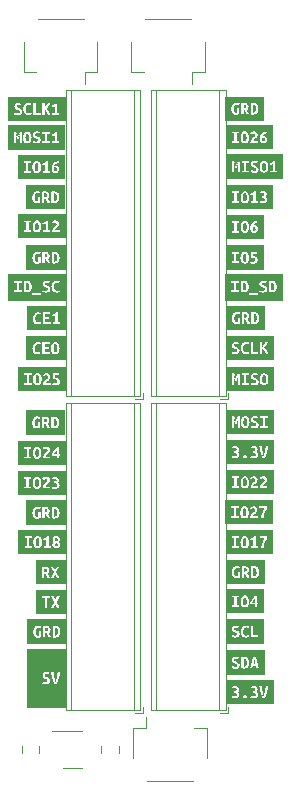
<source format=gbr>
G04 #@! TF.GenerationSoftware,KiCad,Pcbnew,(6.0.0)*
G04 #@! TF.CreationDate,2022-02-24T22:11:55+04:00*
G04 #@! TF.ProjectId,RPi3-screw-terminal-shiel,52506933-2d73-4637-9265-772d7465726d,rev?*
G04 #@! TF.SameCoordinates,Original*
G04 #@! TF.FileFunction,Legend,Top*
G04 #@! TF.FilePolarity,Positive*
%FSLAX46Y46*%
G04 Gerber Fmt 4.6, Leading zero omitted, Abs format (unit mm)*
G04 Created by KiCad (PCBNEW (6.0.0)) date 2022-02-24 22:11:55*
%MOMM*%
%LPD*%
G01*
G04 APERTURE LIST*
%ADD10C,0.120000*%
G04 APERTURE END LIST*
D10*
G04 #@! TO.C,J3*
X112100000Y-67460000D02*
X112100000Y-41480000D01*
X112900000Y-67700000D02*
X112900000Y-67200000D01*
X106340000Y-41480000D02*
X112660000Y-41480000D01*
X112160000Y-67700000D02*
X112900000Y-67700000D01*
X106340000Y-67460000D02*
X106340000Y-41480000D01*
X106340000Y-67460000D02*
X112660000Y-67460000D01*
X112660000Y-67460000D02*
X112660000Y-41480000D01*
X106800000Y-67460000D02*
X106800000Y-41480000D01*
G04 #@! TO.C,J4*
X105700000Y-94260000D02*
X105700000Y-93760000D01*
X99140000Y-68040000D02*
X105460000Y-68040000D01*
X99600000Y-94020000D02*
X99600000Y-68040000D01*
X99140000Y-94020000D02*
X99140000Y-68040000D01*
X104900000Y-94020000D02*
X104900000Y-68040000D01*
X105460000Y-94020000D02*
X105460000Y-68040000D01*
X104960000Y-94260000D02*
X105700000Y-94260000D01*
X99140000Y-94020000D02*
X105460000Y-94020000D01*
G04 #@! TO.C,J2*
X106340000Y-94020000D02*
X112660000Y-94020000D01*
X112900000Y-94260000D02*
X112900000Y-93760000D01*
X106800000Y-94020000D02*
X106800000Y-68040000D01*
X112100000Y-94020000D02*
X112100000Y-68040000D01*
X112660000Y-94020000D02*
X112660000Y-68040000D01*
X112160000Y-94260000D02*
X112900000Y-94260000D01*
X106340000Y-94020000D02*
X106340000Y-68040000D01*
X106340000Y-68040000D02*
X112660000Y-68040000D01*
G04 #@! TO.C,kibuzzard-61EAB7AC*
G36*
X96771387Y-52744087D02*
G01*
X96818219Y-52817112D01*
X96840444Y-52925856D01*
X96844611Y-52990745D01*
X96846000Y-53060000D01*
X96844611Y-53129056D01*
X96840444Y-53193350D01*
X96818219Y-53302094D01*
X96770594Y-53375913D01*
X96690425Y-53402900D01*
X96609462Y-53375913D01*
X96562631Y-53302888D01*
X96540406Y-53194144D01*
X96536239Y-53129255D01*
X96534850Y-53060000D01*
X96536239Y-52990944D01*
X96540406Y-52926650D01*
X96562631Y-52817906D01*
X96609462Y-52744087D01*
X96690425Y-52717100D01*
X96771387Y-52744087D01*
G37*
G36*
X95072895Y-52034607D02*
G01*
X99127105Y-52034607D01*
X99127105Y-54085393D01*
X95072895Y-54085393D01*
X95072895Y-52731387D01*
X95585525Y-52731387D01*
X95799837Y-52731387D01*
X95799837Y-53390200D01*
X95585525Y-53390200D01*
X95585525Y-53552125D01*
X96209412Y-53552125D01*
X96209412Y-53390200D01*
X95996687Y-53390200D01*
X95996687Y-53060000D01*
X96336412Y-53060000D01*
X96342118Y-53179211D01*
X96359233Y-53282845D01*
X96387758Y-53370902D01*
X96427694Y-53443381D01*
X96497632Y-53515260D01*
X96585738Y-53558387D01*
X96692012Y-53572763D01*
X96795729Y-53558387D01*
X96882512Y-53515260D01*
X96952362Y-53443381D01*
X96992645Y-53370902D01*
X97021419Y-53282845D01*
X97038683Y-53179211D01*
X97044437Y-53060000D01*
X97038782Y-52940789D01*
X97021816Y-52837155D01*
X97001615Y-52774250D01*
X97163500Y-52774250D01*
X97227000Y-52936175D01*
X97323838Y-52897281D01*
X97425438Y-52840925D01*
X97425438Y-53390200D01*
X97219063Y-53390200D01*
X97219063Y-53552125D01*
X97815963Y-53552125D01*
X97815963Y-53390200D01*
X97620700Y-53390200D01*
X97620700Y-52677412D01*
X97949313Y-52677412D01*
X98046150Y-52813937D01*
X98146163Y-52739325D01*
X98243000Y-52717100D01*
X98335075Y-52749644D01*
X98371588Y-52842512D01*
X98342219Y-52926650D01*
X98267606Y-53012375D01*
X98220775Y-53057817D01*
X98170769Y-53105244D01*
X98120763Y-53155647D01*
X98073931Y-53210019D01*
X98032656Y-53268955D01*
X97999319Y-53333050D01*
X97977292Y-53402900D01*
X97969950Y-53479100D01*
X97969156Y-53512438D01*
X97973125Y-53552125D01*
X98614475Y-53552125D01*
X98614475Y-53390200D01*
X98192200Y-53390200D01*
X98208869Y-53337813D01*
X98249350Y-53281456D01*
X98300150Y-53227481D01*
X98347775Y-53182238D01*
X98428738Y-53102863D01*
X98500175Y-53017137D01*
X98550975Y-52925856D01*
X98570025Y-52828225D01*
X98544625Y-52705194D01*
X98476363Y-52617087D01*
X98377938Y-52564700D01*
X98262050Y-52547237D01*
X98179302Y-52555175D01*
X98096156Y-52578987D01*
X98017773Y-52619469D01*
X97949313Y-52677412D01*
X97620700Y-52677412D01*
X97620700Y-52569462D01*
X97487350Y-52569462D01*
X97419088Y-52631375D01*
X97334950Y-52688525D01*
X97246050Y-52737737D01*
X97163500Y-52774250D01*
X97001615Y-52774250D01*
X96993538Y-52749098D01*
X96953950Y-52676619D01*
X96884453Y-52604740D01*
X96796611Y-52561613D01*
X96690425Y-52547237D01*
X96587414Y-52561613D01*
X96500631Y-52604740D01*
X96430075Y-52676619D01*
X96389098Y-52749098D01*
X96359828Y-52837155D01*
X96342266Y-52940789D01*
X96336412Y-53060000D01*
X95996687Y-53060000D01*
X95996687Y-52731387D01*
X96209412Y-52731387D01*
X96209412Y-52569462D01*
X95585525Y-52569462D01*
X95585525Y-52731387D01*
X95072895Y-52731387D01*
X95072895Y-52034607D01*
G37*
G04 #@! TO.C,kibuzzard-61EAB89C*
G36*
X99120393Y-78315393D02*
G01*
X95799607Y-78315393D01*
X95799607Y-77290000D01*
X96312237Y-77290000D01*
X96319381Y-77409261D01*
X96340812Y-77513044D01*
X96375341Y-77601150D01*
X96421775Y-77673381D01*
X96479520Y-77729738D01*
X96547981Y-77770219D01*
X96626364Y-77794627D01*
X96713875Y-77802763D01*
X96810911Y-77798794D01*
X96892469Y-77786888D01*
X96910595Y-77782125D01*
X97148850Y-77782125D01*
X97344112Y-77782125D01*
X97344112Y-77420175D01*
X97445712Y-77420175D01*
X97499489Y-77510067D01*
X97549694Y-77598769D01*
X97595136Y-77688661D01*
X97634625Y-77782125D01*
X97839413Y-77782125D01*
X97834578Y-77771013D01*
X97942600Y-77771013D01*
X98049756Y-77789269D01*
X98152150Y-77794825D01*
X98247995Y-77787880D01*
X98335506Y-77767044D01*
X98413095Y-77731127D01*
X98479175Y-77678938D01*
X98532952Y-77609683D01*
X98573631Y-77522569D01*
X98599230Y-77416405D01*
X98607763Y-77290000D01*
X98600023Y-77166373D01*
X98576806Y-77062194D01*
X98539698Y-76976072D01*
X98490288Y-76906619D01*
X98428573Y-76853636D01*
X98354556Y-76816925D01*
X98270220Y-76795494D01*
X98177550Y-76788350D01*
X98068013Y-76793112D01*
X97942600Y-76812162D01*
X97942600Y-77771013D01*
X97834578Y-77771013D01*
X97794169Y-77678144D01*
X97739400Y-77568606D01*
X97680663Y-77463831D01*
X97623513Y-77372550D01*
X97692966Y-77327703D01*
X97739400Y-77266187D01*
X97765594Y-77192369D01*
X97774325Y-77110612D01*
X97767777Y-77033420D01*
X97748131Y-76966944D01*
X97672725Y-76866137D01*
X97618750Y-76831609D01*
X97555250Y-76807400D01*
X97483019Y-76793112D01*
X97402850Y-76788350D01*
X97347287Y-76789938D01*
X97280612Y-76793906D01*
X97211556Y-76801844D01*
X97148850Y-76813750D01*
X97148850Y-77782125D01*
X96910595Y-77782125D01*
X97001212Y-77758313D01*
X97001212Y-77267775D01*
X96805950Y-77267775D01*
X96805950Y-77626550D01*
X96767850Y-77631313D01*
X96729750Y-77632900D01*
X96634897Y-77612064D01*
X96566237Y-77549556D01*
X96535369Y-77483675D01*
X96516849Y-77397156D01*
X96510675Y-77290000D01*
X96514048Y-77217173D01*
X96524169Y-77151094D01*
X96568619Y-77043144D01*
X96647200Y-76972500D01*
X96764675Y-76947100D01*
X96869450Y-76964562D01*
X96955175Y-77004250D01*
X97005975Y-76848675D01*
X96973431Y-76829625D01*
X96918662Y-76805812D01*
X96840081Y-76785969D01*
X96737687Y-76777237D01*
X96651566Y-76785373D01*
X96571000Y-76809781D01*
X96498372Y-76850461D01*
X96436062Y-76907412D01*
X96384866Y-76980239D01*
X96345575Y-77068544D01*
X96320572Y-77171930D01*
X96312237Y-77290000D01*
X95799607Y-77290000D01*
X95799607Y-76264607D01*
X99120393Y-76264607D01*
X99120393Y-78315393D01*
G37*
G36*
X97473097Y-76967341D02*
G01*
X97528263Y-76994725D01*
X97563981Y-77041556D01*
X97575888Y-77109025D01*
X97531438Y-77219356D01*
X97473097Y-77248527D01*
X97386975Y-77258250D01*
X97344112Y-77258250D01*
X97344112Y-76962975D01*
X97375862Y-76959006D01*
X97402850Y-76958212D01*
X97473097Y-76967341D01*
G37*
G36*
X98301375Y-76985994D02*
G01*
X98366463Y-77059812D01*
X98399800Y-77166175D01*
X98409325Y-77290000D01*
X98406348Y-77360048D01*
X98397419Y-77424144D01*
X98357731Y-77529713D01*
X98284706Y-77599563D01*
X98172788Y-77624963D01*
X98155325Y-77624963D01*
X98137863Y-77623375D01*
X98137863Y-76962975D01*
X98166438Y-76959006D01*
X98195013Y-76958212D01*
X98301375Y-76985994D01*
G37*
G04 #@! TO.C,kibuzzard-61EAB5B7*
G36*
X115146294Y-84910013D02*
G01*
X114924044Y-84910013D01*
X114971669Y-84819525D01*
X115028025Y-84728244D01*
X115087556Y-84641725D01*
X115146294Y-84563937D01*
X115146294Y-84910013D01*
G37*
G36*
X114377944Y-84494087D02*
G01*
X114424775Y-84567112D01*
X114447000Y-84675856D01*
X114451167Y-84740745D01*
X114452556Y-84810000D01*
X114451167Y-84879056D01*
X114447000Y-84943350D01*
X114424775Y-85052094D01*
X114377150Y-85125913D01*
X114296981Y-85152900D01*
X114216019Y-85125913D01*
X114169187Y-85052888D01*
X114146962Y-84944144D01*
X114142795Y-84879255D01*
X114141406Y-84810000D01*
X114142795Y-84740944D01*
X114146962Y-84676650D01*
X114169187Y-84567906D01*
X114216019Y-84494087D01*
X114296981Y-84467100D01*
X114377944Y-84494087D01*
G37*
G36*
X115960549Y-85835393D02*
G01*
X112679451Y-85835393D01*
X112679451Y-84481387D01*
X113192081Y-84481387D01*
X113406394Y-84481387D01*
X113406394Y-85140200D01*
X113192081Y-85140200D01*
X113192081Y-85302125D01*
X113815969Y-85302125D01*
X113815969Y-85140200D01*
X113603244Y-85140200D01*
X113603244Y-84810000D01*
X113942969Y-84810000D01*
X113948674Y-84929211D01*
X113965789Y-85032845D01*
X113994314Y-85120902D01*
X114034250Y-85193381D01*
X114104188Y-85265260D01*
X114192294Y-85308387D01*
X114298569Y-85322763D01*
X114402285Y-85308387D01*
X114489069Y-85265260D01*
X114558919Y-85193381D01*
X114599202Y-85120902D01*
X114615720Y-85070350D01*
X114736719Y-85070350D01*
X115146294Y-85070350D01*
X115146294Y-85302125D01*
X115341556Y-85302125D01*
X115341556Y-85070350D01*
X115447919Y-85070350D01*
X115447919Y-84910013D01*
X115341556Y-84910013D01*
X115341556Y-84319462D01*
X115166931Y-84319462D01*
X115103431Y-84387130D01*
X115039931Y-84463131D01*
X114978019Y-84543895D01*
X114919281Y-84625850D01*
X114864513Y-84707408D01*
X114814506Y-84786981D01*
X114771247Y-84861395D01*
X114736719Y-84927475D01*
X114736719Y-85070350D01*
X114615720Y-85070350D01*
X114627975Y-85032845D01*
X114645239Y-84929211D01*
X114650994Y-84810000D01*
X114645338Y-84690789D01*
X114628372Y-84587155D01*
X114600095Y-84499098D01*
X114560506Y-84426619D01*
X114491009Y-84354740D01*
X114403167Y-84311613D01*
X114296981Y-84297237D01*
X114193970Y-84311613D01*
X114107187Y-84354740D01*
X114036631Y-84426619D01*
X113995654Y-84499098D01*
X113966384Y-84587155D01*
X113948823Y-84690789D01*
X113942969Y-84810000D01*
X113603244Y-84810000D01*
X113603244Y-84481387D01*
X113815969Y-84481387D01*
X113815969Y-84319462D01*
X113192081Y-84319462D01*
X113192081Y-84481387D01*
X112679451Y-84481387D01*
X112679451Y-83784607D01*
X115960549Y-83784607D01*
X115960549Y-85835393D01*
G37*
G04 #@! TO.C,kibuzzard-61EAB79F*
G36*
X97453097Y-50267341D02*
G01*
X97508263Y-50294725D01*
X97543981Y-50341556D01*
X97555888Y-50409025D01*
X97511438Y-50519356D01*
X97453097Y-50548527D01*
X97366975Y-50558250D01*
X97324112Y-50558250D01*
X97324112Y-50262975D01*
X97355862Y-50259006D01*
X97382850Y-50258212D01*
X97453097Y-50267341D01*
G37*
G36*
X98281375Y-50285994D02*
G01*
X98346463Y-50359812D01*
X98379800Y-50466175D01*
X98389325Y-50590000D01*
X98386348Y-50660048D01*
X98377419Y-50724144D01*
X98337731Y-50829713D01*
X98264706Y-50899563D01*
X98152788Y-50924963D01*
X98135325Y-50924963D01*
X98117863Y-50923375D01*
X98117863Y-50262975D01*
X98146438Y-50259006D01*
X98175013Y-50258212D01*
X98281375Y-50285994D01*
G37*
G36*
X99100393Y-51615393D02*
G01*
X95779607Y-51615393D01*
X95779607Y-50590000D01*
X96292237Y-50590000D01*
X96299381Y-50709261D01*
X96320812Y-50813044D01*
X96355341Y-50901150D01*
X96401775Y-50973381D01*
X96459520Y-51029738D01*
X96527981Y-51070219D01*
X96606364Y-51094627D01*
X96693875Y-51102763D01*
X96790911Y-51098794D01*
X96872469Y-51086888D01*
X96890595Y-51082125D01*
X97128850Y-51082125D01*
X97324112Y-51082125D01*
X97324112Y-50720175D01*
X97425712Y-50720175D01*
X97479489Y-50810067D01*
X97529694Y-50898769D01*
X97575136Y-50988661D01*
X97614625Y-51082125D01*
X97819413Y-51082125D01*
X97814578Y-51071013D01*
X97922600Y-51071013D01*
X98029756Y-51089269D01*
X98132150Y-51094825D01*
X98227995Y-51087880D01*
X98315506Y-51067044D01*
X98393095Y-51031127D01*
X98459175Y-50978938D01*
X98512952Y-50909683D01*
X98553631Y-50822569D01*
X98579230Y-50716405D01*
X98587763Y-50590000D01*
X98580023Y-50466373D01*
X98556806Y-50362194D01*
X98519698Y-50276072D01*
X98470288Y-50206619D01*
X98408573Y-50153636D01*
X98334556Y-50116925D01*
X98250220Y-50095494D01*
X98157550Y-50088350D01*
X98048013Y-50093112D01*
X97922600Y-50112162D01*
X97922600Y-51071013D01*
X97814578Y-51071013D01*
X97774169Y-50978144D01*
X97719400Y-50868606D01*
X97660663Y-50763831D01*
X97603513Y-50672550D01*
X97672966Y-50627703D01*
X97719400Y-50566187D01*
X97745594Y-50492369D01*
X97754325Y-50410612D01*
X97747777Y-50333420D01*
X97728131Y-50266944D01*
X97652725Y-50166137D01*
X97598750Y-50131609D01*
X97535250Y-50107400D01*
X97463019Y-50093112D01*
X97382850Y-50088350D01*
X97327287Y-50089938D01*
X97260612Y-50093906D01*
X97191556Y-50101844D01*
X97128850Y-50113750D01*
X97128850Y-51082125D01*
X96890595Y-51082125D01*
X96981212Y-51058313D01*
X96981212Y-50567775D01*
X96785950Y-50567775D01*
X96785950Y-50926550D01*
X96747850Y-50931313D01*
X96709750Y-50932900D01*
X96614897Y-50912064D01*
X96546237Y-50849556D01*
X96515369Y-50783675D01*
X96496849Y-50697156D01*
X96490675Y-50590000D01*
X96494048Y-50517173D01*
X96504169Y-50451094D01*
X96548619Y-50343144D01*
X96627200Y-50272500D01*
X96744675Y-50247100D01*
X96849450Y-50264562D01*
X96935175Y-50304250D01*
X96985975Y-50148675D01*
X96953431Y-50129625D01*
X96898662Y-50105812D01*
X96820081Y-50085969D01*
X96717687Y-50077237D01*
X96631566Y-50085373D01*
X96551000Y-50109781D01*
X96478372Y-50150461D01*
X96416062Y-50207412D01*
X96364866Y-50280239D01*
X96325575Y-50368544D01*
X96300572Y-50471930D01*
X96292237Y-50590000D01*
X95779607Y-50590000D01*
X95779607Y-49564607D01*
X99100393Y-49564607D01*
X99100393Y-51615393D01*
G37*
G04 #@! TO.C,kibuzzard-61EAB57E*
G36*
X112670195Y-68594607D02*
G01*
X116749805Y-68594607D01*
X116749805Y-70645393D01*
X112670195Y-70645393D01*
X112670195Y-70112125D01*
X113182825Y-70112125D01*
X113362212Y-70112125D01*
X113354275Y-69348537D01*
X113470162Y-69764463D01*
X113613037Y-69764463D01*
X113733687Y-69348537D01*
X113724162Y-70112125D01*
X113903550Y-70112125D01*
X113899978Y-69986514D01*
X113895612Y-69863681D01*
X113890255Y-69742634D01*
X113883706Y-69622381D01*
X113883549Y-69620000D01*
X113982925Y-69620000D01*
X113988630Y-69739211D01*
X114005745Y-69842845D01*
X114034271Y-69930902D01*
X114074206Y-70003381D01*
X114144144Y-70075260D01*
X114232251Y-70118387D01*
X114338525Y-70132763D01*
X114442242Y-70118387D01*
X114529025Y-70075260D01*
X114545652Y-70058150D01*
X114797313Y-70058150D01*
X114906850Y-70106569D01*
X114992178Y-70126214D01*
X115102113Y-70132763D01*
X115213502Y-70124384D01*
X115257764Y-70112125D01*
X115613288Y-70112125D01*
X116237175Y-70112125D01*
X116237175Y-69950200D01*
X116024450Y-69950200D01*
X116024450Y-69291387D01*
X116237175Y-69291387D01*
X116237175Y-69129462D01*
X115613288Y-69129462D01*
X115613288Y-69291387D01*
X115827600Y-69291387D01*
X115827600Y-69950200D01*
X115613288Y-69950200D01*
X115613288Y-70112125D01*
X115257764Y-70112125D01*
X115304254Y-70099249D01*
X115374369Y-70057356D01*
X115441639Y-69966273D01*
X115464063Y-69843838D01*
X115457316Y-69769820D01*
X115437075Y-69709694D01*
X115368019Y-69620794D01*
X115275944Y-69563644D01*
X115179900Y-69524750D01*
X115118781Y-69500937D01*
X115063219Y-69471569D01*
X115022738Y-69433469D01*
X115006863Y-69383462D01*
X115024149Y-69320844D01*
X115076007Y-69283274D01*
X115162438Y-69270750D01*
X115274356Y-69286625D01*
X115362463Y-69324725D01*
X115419613Y-69173912D01*
X115306106Y-69127875D01*
X115232883Y-69112397D01*
X115148150Y-69107237D01*
X115050872Y-69115881D01*
X114968586Y-69141810D01*
X114901294Y-69185025D01*
X114834023Y-69277894D01*
X114811600Y-69400925D01*
X114837000Y-69517606D01*
X114901294Y-69596187D01*
X114987813Y-69648575D01*
X115079888Y-69685088D01*
X115146563Y-69712869D01*
X115206888Y-69746206D01*
X115251338Y-69788275D01*
X115268800Y-69842250D01*
X115261656Y-69889081D01*
X115235463Y-69930356D01*
X115183869Y-69958931D01*
X115102113Y-69969250D01*
X115022936Y-69963694D01*
X114956856Y-69947025D01*
X114854463Y-69899400D01*
X114797313Y-70058150D01*
X114545652Y-70058150D01*
X114598875Y-70003381D01*
X114639158Y-69930902D01*
X114667931Y-69842845D01*
X114685195Y-69739211D01*
X114690950Y-69620000D01*
X114685295Y-69500789D01*
X114668328Y-69397155D01*
X114640051Y-69309098D01*
X114600462Y-69236619D01*
X114530965Y-69164740D01*
X114443124Y-69121613D01*
X114336937Y-69107237D01*
X114233926Y-69121613D01*
X114147143Y-69164740D01*
X114076587Y-69236619D01*
X114035610Y-69309098D01*
X114006341Y-69397155D01*
X113988779Y-69500789D01*
X113982925Y-69620000D01*
X113883549Y-69620000D01*
X113875769Y-69501930D01*
X113866244Y-69380287D01*
X113855727Y-69256462D01*
X113844812Y-69129462D01*
X113682887Y-69129462D01*
X113654312Y-69213600D01*
X113619387Y-69322344D01*
X113579700Y-69442994D01*
X113540012Y-69564437D01*
X113503500Y-69450137D01*
X113465400Y-69327900D01*
X113429681Y-69215187D01*
X113401900Y-69129462D01*
X113239975Y-69129462D01*
X113229458Y-69237016D01*
X113220131Y-69353300D01*
X113211995Y-69475934D01*
X113205050Y-69602537D01*
X113198898Y-69731522D01*
X113193144Y-69861300D01*
X113187786Y-69989094D01*
X113182825Y-70112125D01*
X112670195Y-70112125D01*
X112670195Y-68594607D01*
G37*
G36*
X114417900Y-69304087D02*
G01*
X114464731Y-69377112D01*
X114486956Y-69485856D01*
X114491123Y-69550745D01*
X114492512Y-69620000D01*
X114491123Y-69689056D01*
X114486956Y-69753350D01*
X114464731Y-69862094D01*
X114417106Y-69935913D01*
X114336937Y-69962900D01*
X114255975Y-69935913D01*
X114209144Y-69862888D01*
X114186919Y-69754144D01*
X114182752Y-69689255D01*
X114181362Y-69620000D01*
X114182752Y-69550944D01*
X114186919Y-69486650D01*
X114209144Y-69377906D01*
X114255975Y-69304087D01*
X114336937Y-69277100D01*
X114417900Y-69304087D01*
G37*
G04 #@! TO.C,J8*
X104840000Y-95565000D02*
X105890000Y-95565000D01*
X105890000Y-95565000D02*
X105890000Y-94575000D01*
X104840000Y-98065000D02*
X104840000Y-95565000D01*
X106010000Y-100035000D02*
X109890000Y-100035000D01*
X111060000Y-95565000D02*
X110010000Y-95565000D01*
X111060000Y-98065000D02*
X111060000Y-95565000D01*
G04 #@! TO.C,kibuzzard-61EAB524*
G36*
X112671626Y-49564607D02*
G01*
X116708374Y-49564607D01*
X116708374Y-51615393D01*
X112671626Y-51615393D01*
X112671626Y-50261387D01*
X113184256Y-50261387D01*
X113398569Y-50261387D01*
X113398569Y-50920200D01*
X113184256Y-50920200D01*
X113184256Y-51082125D01*
X113808144Y-51082125D01*
X113808144Y-50920200D01*
X113595419Y-50920200D01*
X113595419Y-50590000D01*
X113935144Y-50590000D01*
X113940849Y-50709211D01*
X113957964Y-50812845D01*
X113986489Y-50900902D01*
X114026425Y-50973381D01*
X114096363Y-51045260D01*
X114184469Y-51088387D01*
X114290744Y-51102763D01*
X114394460Y-51088387D01*
X114481244Y-51045260D01*
X114551094Y-50973381D01*
X114591377Y-50900902D01*
X114620150Y-50812845D01*
X114637414Y-50709211D01*
X114643169Y-50590000D01*
X114637513Y-50470789D01*
X114620547Y-50367155D01*
X114600347Y-50304250D01*
X114762231Y-50304250D01*
X114825731Y-50466175D01*
X114922569Y-50427281D01*
X115024169Y-50370925D01*
X115024169Y-50920200D01*
X114817794Y-50920200D01*
X114817794Y-51082125D01*
X115414694Y-51082125D01*
X115414694Y-51048788D01*
X115544869Y-51048788D01*
X115594081Y-51066250D01*
X115663138Y-51083713D01*
X115740925Y-51097206D01*
X115817919Y-51102763D01*
X115909597Y-51097008D01*
X115987781Y-51079744D01*
X116052869Y-51051963D01*
X116105256Y-51014656D01*
X116173519Y-50915438D01*
X116195744Y-50790025D01*
X116185227Y-50710253D01*
X116153675Y-50642388D01*
X116103073Y-50588016D01*
X116035406Y-50548725D01*
X116124306Y-50466175D01*
X116157644Y-50353462D01*
X116138594Y-50243925D01*
X116079856Y-50155819D01*
X115979050Y-50097875D01*
X115912573Y-50082397D01*
X115835381Y-50077237D01*
X115751045Y-50084580D01*
X115675838Y-50106606D01*
X115562331Y-50164550D01*
X115632181Y-50307425D01*
X115726638Y-50262181D01*
X115836969Y-50243925D01*
X115926663Y-50274881D01*
X115959206Y-50359812D01*
X115944125Y-50420137D01*
X115905231Y-50458237D01*
X115851256Y-50478875D01*
X115790931Y-50485225D01*
X115717906Y-50485225D01*
X115717906Y-50647150D01*
X115778231Y-50647150D01*
X115865147Y-50654889D01*
X115935394Y-50678106D01*
X115981828Y-50720770D01*
X115997306Y-50786850D01*
X115956825Y-50893213D01*
X115901461Y-50925359D01*
X115816331Y-50936075D01*
X115741123Y-50931709D01*
X115677425Y-50918613D01*
X115582969Y-50885275D01*
X115544869Y-51048788D01*
X115414694Y-51048788D01*
X115414694Y-50920200D01*
X115219431Y-50920200D01*
X115219431Y-50099462D01*
X115086081Y-50099462D01*
X115017819Y-50161375D01*
X114933681Y-50218525D01*
X114844781Y-50267737D01*
X114762231Y-50304250D01*
X114600347Y-50304250D01*
X114592270Y-50279098D01*
X114552681Y-50206619D01*
X114483184Y-50134740D01*
X114395342Y-50091613D01*
X114289156Y-50077237D01*
X114186145Y-50091613D01*
X114099362Y-50134740D01*
X114028806Y-50206619D01*
X113987829Y-50279098D01*
X113958559Y-50367155D01*
X113940998Y-50470789D01*
X113935144Y-50590000D01*
X113595419Y-50590000D01*
X113595419Y-50261387D01*
X113808144Y-50261387D01*
X113808144Y-50099462D01*
X113184256Y-50099462D01*
X113184256Y-50261387D01*
X112671626Y-50261387D01*
X112671626Y-49564607D01*
G37*
G36*
X114370119Y-50274087D02*
G01*
X114416950Y-50347112D01*
X114439175Y-50455856D01*
X114443342Y-50520745D01*
X114444731Y-50590000D01*
X114443342Y-50659056D01*
X114439175Y-50723350D01*
X114416950Y-50832094D01*
X114369325Y-50905913D01*
X114289156Y-50932900D01*
X114208194Y-50905913D01*
X114161362Y-50832888D01*
X114139137Y-50724144D01*
X114134970Y-50659255D01*
X114133581Y-50590000D01*
X114134970Y-50520944D01*
X114139137Y-50456650D01*
X114161362Y-50347906D01*
X114208194Y-50274087D01*
X114289156Y-50247100D01*
X114370119Y-50274087D01*
G37*
G04 #@! TO.C,kibuzzard-61EAB7C8*
G36*
X95945619Y-57845344D02*
G01*
X96010706Y-57919162D01*
X96044044Y-58025525D01*
X96053569Y-58149350D01*
X96050592Y-58219398D01*
X96041662Y-58283494D01*
X96001975Y-58389063D01*
X95928950Y-58458913D01*
X95817031Y-58484313D01*
X95799569Y-58484313D01*
X95782106Y-58482725D01*
X95782106Y-57822325D01*
X95810681Y-57818356D01*
X95839256Y-57817562D01*
X95945619Y-57845344D01*
G37*
G36*
X94280464Y-57123957D02*
G01*
X99139536Y-57123957D01*
X99139536Y-59416043D01*
X94280464Y-59416043D01*
X94280464Y-58903413D01*
X96307569Y-58903413D01*
X97075919Y-58903413D01*
X97075919Y-58733550D01*
X96307569Y-58733550D01*
X96307569Y-58903413D01*
X94280464Y-58903413D01*
X94280464Y-57820737D01*
X94793094Y-57820737D01*
X95007406Y-57820737D01*
X95007406Y-58479550D01*
X94793094Y-58479550D01*
X94793094Y-58641475D01*
X95416981Y-58641475D01*
X95416981Y-58630363D01*
X95586844Y-58630363D01*
X95694000Y-58648619D01*
X95796394Y-58654175D01*
X95892239Y-58647230D01*
X95979750Y-58626394D01*
X96057339Y-58590477D01*
X96061108Y-58587500D01*
X97152119Y-58587500D01*
X97261656Y-58635919D01*
X97346984Y-58655564D01*
X97456919Y-58662113D01*
X97568308Y-58653734D01*
X97659060Y-58628599D01*
X97729175Y-58586706D01*
X97796445Y-58495623D01*
X97818869Y-58373188D01*
X97812122Y-58299170D01*
X97791881Y-58239044D01*
X97722825Y-58150144D01*
X97721546Y-58149350D01*
X97925231Y-58149350D01*
X97932077Y-58265337D01*
X97952616Y-58367234D01*
X97986846Y-58455043D01*
X98034769Y-58528763D01*
X98118730Y-58602846D01*
X98224563Y-58647296D01*
X98352269Y-58662113D01*
X98438986Y-58656755D01*
X98514988Y-58640681D01*
X98626906Y-58593850D01*
X98577694Y-58439863D01*
X98497525Y-58474788D01*
X98371319Y-58492250D01*
X98258011Y-58469827D01*
X98181613Y-58402556D01*
X98149422Y-58334029D01*
X98130107Y-58248040D01*
X98123669Y-58144587D01*
X98129027Y-58055687D01*
X98145100Y-57982662D01*
X98200663Y-57878681D01*
X98278450Y-57823119D01*
X98368144Y-57806450D01*
X98486413Y-57823119D01*
X98574519Y-57863600D01*
X98625319Y-57708025D01*
X98592775Y-57688975D01*
X98539594Y-57665162D01*
X98465775Y-57645319D01*
X98371319Y-57636587D01*
X98278252Y-57645120D01*
X98192725Y-57670719D01*
X98116525Y-57712787D01*
X98051438Y-57770731D01*
X97998455Y-57843955D01*
X97958569Y-57931862D01*
X97933566Y-58033859D01*
X97925231Y-58149350D01*
X97721546Y-58149350D01*
X97630750Y-58092994D01*
X97534706Y-58054100D01*
X97473588Y-58030287D01*
X97418025Y-58000919D01*
X97377544Y-57962819D01*
X97361669Y-57912812D01*
X97378955Y-57850194D01*
X97430813Y-57812624D01*
X97517244Y-57800100D01*
X97629163Y-57815975D01*
X97717269Y-57854075D01*
X97774419Y-57703262D01*
X97660913Y-57657225D01*
X97587689Y-57641747D01*
X97502956Y-57636587D01*
X97405678Y-57645231D01*
X97323392Y-57671160D01*
X97256100Y-57714375D01*
X97188830Y-57807244D01*
X97166406Y-57930275D01*
X97191806Y-58046956D01*
X97256100Y-58125537D01*
X97342619Y-58177925D01*
X97434694Y-58214437D01*
X97501369Y-58242219D01*
X97561694Y-58275556D01*
X97606144Y-58317625D01*
X97623606Y-58371600D01*
X97616463Y-58418431D01*
X97590269Y-58459706D01*
X97538675Y-58488281D01*
X97456919Y-58498600D01*
X97377742Y-58493044D01*
X97311663Y-58476375D01*
X97209269Y-58428750D01*
X97152119Y-58587500D01*
X96061108Y-58587500D01*
X96123419Y-58538288D01*
X96177195Y-58469033D01*
X96217875Y-58381919D01*
X96243473Y-58275755D01*
X96252006Y-58149350D01*
X96244267Y-58025723D01*
X96221050Y-57921544D01*
X96183942Y-57835422D01*
X96134531Y-57765969D01*
X96072817Y-57712986D01*
X95998800Y-57676275D01*
X95914464Y-57654844D01*
X95821794Y-57647700D01*
X95712256Y-57652462D01*
X95586844Y-57671512D01*
X95586844Y-58630363D01*
X95416981Y-58630363D01*
X95416981Y-58479550D01*
X95204256Y-58479550D01*
X95204256Y-57820737D01*
X95416981Y-57820737D01*
X95416981Y-57658812D01*
X94793094Y-57658812D01*
X94793094Y-57820737D01*
X94280464Y-57820737D01*
X94280464Y-57123957D01*
G37*
G04 #@! TO.C,kibuzzard-61EAB879*
G36*
X99145199Y-67015393D02*
G01*
X95114801Y-67015393D01*
X95114801Y-65661387D01*
X95627431Y-65661387D01*
X95841744Y-65661387D01*
X95841744Y-66320200D01*
X95627431Y-66320200D01*
X95627431Y-66482125D01*
X96251319Y-66482125D01*
X96251319Y-66320200D01*
X96038594Y-66320200D01*
X96038594Y-65990000D01*
X96378319Y-65990000D01*
X96384024Y-66109211D01*
X96401139Y-66212845D01*
X96429664Y-66300902D01*
X96469600Y-66373381D01*
X96539538Y-66445260D01*
X96627644Y-66488387D01*
X96733919Y-66502763D01*
X96837635Y-66488387D01*
X96924419Y-66445260D01*
X96994269Y-66373381D01*
X97034552Y-66300902D01*
X97063325Y-66212845D01*
X97080589Y-66109211D01*
X97086344Y-65990000D01*
X97080688Y-65870789D01*
X97063722Y-65767155D01*
X97035445Y-65679098D01*
X96996289Y-65607412D01*
X97197469Y-65607412D01*
X97294306Y-65743937D01*
X97394319Y-65669325D01*
X97491156Y-65647100D01*
X97583231Y-65679644D01*
X97619744Y-65772512D01*
X97590375Y-65856650D01*
X97515763Y-65942375D01*
X97468931Y-65987817D01*
X97418925Y-66035244D01*
X97368919Y-66085647D01*
X97322088Y-66140019D01*
X97280813Y-66198955D01*
X97247475Y-66263050D01*
X97225448Y-66332900D01*
X97218106Y-66409100D01*
X97217313Y-66442438D01*
X97221281Y-66482125D01*
X97862631Y-66482125D01*
X97862631Y-66451963D01*
X97978519Y-66451963D01*
X98023763Y-66469425D01*
X98089644Y-66486094D01*
X98165844Y-66498000D01*
X98243631Y-66502763D01*
X98334516Y-66496809D01*
X98413494Y-66478950D01*
X98480566Y-66450375D01*
X98535731Y-66412275D01*
X98608756Y-66311469D01*
X98632569Y-66185263D01*
X98621809Y-66093188D01*
X98589530Y-66015929D01*
X98535731Y-65953487D01*
X98460060Y-65906215D01*
X98362165Y-65874465D01*
X98242044Y-65858237D01*
X98249981Y-65767750D01*
X98257919Y-65661387D01*
X98596056Y-65661387D01*
X98596056Y-65499462D01*
X98094406Y-65499462D01*
X98088453Y-65620708D01*
X98080119Y-65746319D01*
X98069006Y-65875502D01*
X98054719Y-66007463D01*
X98163859Y-66010836D01*
X98249981Y-66020956D01*
X98365075Y-66059056D01*
X98419050Y-66117794D01*
X98432544Y-66193200D01*
X98424606Y-66245588D01*
X98395238Y-66290831D01*
X98336500Y-66323375D01*
X98242044Y-66336075D01*
X98167828Y-66332503D01*
X98107106Y-66321788D01*
X98018206Y-66290038D01*
X97978519Y-66451963D01*
X97862631Y-66451963D01*
X97862631Y-66320200D01*
X97440356Y-66320200D01*
X97457025Y-66267813D01*
X97497506Y-66211456D01*
X97548306Y-66157481D01*
X97595931Y-66112238D01*
X97676894Y-66032863D01*
X97748331Y-65947137D01*
X97799131Y-65855856D01*
X97818181Y-65758225D01*
X97792781Y-65635194D01*
X97724519Y-65547087D01*
X97626094Y-65494700D01*
X97510206Y-65477237D01*
X97427458Y-65485175D01*
X97344313Y-65508987D01*
X97265930Y-65549469D01*
X97197469Y-65607412D01*
X96996289Y-65607412D01*
X96995856Y-65606619D01*
X96926359Y-65534740D01*
X96838517Y-65491613D01*
X96732331Y-65477237D01*
X96629320Y-65491613D01*
X96542537Y-65534740D01*
X96471981Y-65606619D01*
X96431004Y-65679098D01*
X96401734Y-65767155D01*
X96384173Y-65870789D01*
X96378319Y-65990000D01*
X96038594Y-65990000D01*
X96038594Y-65661387D01*
X96251319Y-65661387D01*
X96251319Y-65499462D01*
X95627431Y-65499462D01*
X95627431Y-65661387D01*
X95114801Y-65661387D01*
X95114801Y-64964607D01*
X99145199Y-64964607D01*
X99145199Y-67015393D01*
G37*
G36*
X96813294Y-65674087D02*
G01*
X96860125Y-65747112D01*
X96882350Y-65855856D01*
X96886517Y-65920745D01*
X96887906Y-65990000D01*
X96886517Y-66059056D01*
X96882350Y-66123350D01*
X96860125Y-66232094D01*
X96812500Y-66305913D01*
X96732331Y-66332900D01*
X96651369Y-66305913D01*
X96604537Y-66232888D01*
X96582312Y-66124144D01*
X96578145Y-66059255D01*
X96576756Y-65990000D01*
X96578145Y-65920944D01*
X96582312Y-65856650D01*
X96604537Y-65747906D01*
X96651369Y-65674087D01*
X96732331Y-65647100D01*
X96813294Y-65674087D01*
G37*
G04 #@! TO.C,kibuzzard-61EAB5AF*
G36*
X114353097Y-81997341D02*
G01*
X114408263Y-82024725D01*
X114443981Y-82071556D01*
X114455888Y-82139025D01*
X114411438Y-82249356D01*
X114353097Y-82278527D01*
X114266975Y-82288250D01*
X114224112Y-82288250D01*
X114224112Y-81992975D01*
X114255862Y-81989006D01*
X114282850Y-81988212D01*
X114353097Y-81997341D01*
G37*
G36*
X115181375Y-82015994D02*
G01*
X115246463Y-82089812D01*
X115279800Y-82196175D01*
X115289325Y-82320000D01*
X115286348Y-82390048D01*
X115277419Y-82454144D01*
X115237731Y-82559713D01*
X115164706Y-82629563D01*
X115052788Y-82654963D01*
X115035325Y-82654963D01*
X115017863Y-82653375D01*
X115017863Y-81992975D01*
X115046438Y-81989006D01*
X115075013Y-81988212D01*
X115181375Y-82015994D01*
G37*
G36*
X116000393Y-83345393D02*
G01*
X112679607Y-83345393D01*
X112679607Y-82320000D01*
X113192237Y-82320000D01*
X113199381Y-82439261D01*
X113220812Y-82543044D01*
X113255341Y-82631150D01*
X113301775Y-82703381D01*
X113359520Y-82759738D01*
X113427981Y-82800219D01*
X113506364Y-82824627D01*
X113593875Y-82832763D01*
X113690911Y-82828794D01*
X113772469Y-82816888D01*
X113790595Y-82812125D01*
X114028850Y-82812125D01*
X114224112Y-82812125D01*
X114224112Y-82450175D01*
X114325712Y-82450175D01*
X114379489Y-82540067D01*
X114429694Y-82628769D01*
X114475136Y-82718661D01*
X114514625Y-82812125D01*
X114719413Y-82812125D01*
X114714578Y-82801013D01*
X114822600Y-82801013D01*
X114929756Y-82819269D01*
X115032150Y-82824825D01*
X115127995Y-82817880D01*
X115215506Y-82797044D01*
X115293095Y-82761127D01*
X115359175Y-82708938D01*
X115412952Y-82639683D01*
X115453631Y-82552569D01*
X115479230Y-82446405D01*
X115487763Y-82320000D01*
X115480023Y-82196373D01*
X115456806Y-82092194D01*
X115419698Y-82006072D01*
X115370288Y-81936619D01*
X115308573Y-81883636D01*
X115234556Y-81846925D01*
X115150220Y-81825494D01*
X115057550Y-81818350D01*
X114948013Y-81823112D01*
X114822600Y-81842162D01*
X114822600Y-82801013D01*
X114714578Y-82801013D01*
X114674169Y-82708144D01*
X114619400Y-82598606D01*
X114560663Y-82493831D01*
X114503513Y-82402550D01*
X114572966Y-82357703D01*
X114619400Y-82296187D01*
X114645594Y-82222369D01*
X114654325Y-82140612D01*
X114647777Y-82063420D01*
X114628131Y-81996944D01*
X114552725Y-81896137D01*
X114498750Y-81861609D01*
X114435250Y-81837400D01*
X114363019Y-81823112D01*
X114282850Y-81818350D01*
X114227287Y-81819938D01*
X114160612Y-81823906D01*
X114091556Y-81831844D01*
X114028850Y-81843750D01*
X114028850Y-82812125D01*
X113790595Y-82812125D01*
X113881212Y-82788313D01*
X113881212Y-82297775D01*
X113685950Y-82297775D01*
X113685950Y-82656550D01*
X113647850Y-82661313D01*
X113609750Y-82662900D01*
X113514897Y-82642064D01*
X113446237Y-82579556D01*
X113415369Y-82513675D01*
X113396849Y-82427156D01*
X113390675Y-82320000D01*
X113394048Y-82247173D01*
X113404169Y-82181094D01*
X113448619Y-82073144D01*
X113527200Y-82002500D01*
X113644675Y-81977100D01*
X113749450Y-81994562D01*
X113835175Y-82034250D01*
X113885975Y-81878675D01*
X113853431Y-81859625D01*
X113798662Y-81835812D01*
X113720081Y-81815969D01*
X113617687Y-81807237D01*
X113531566Y-81815373D01*
X113451000Y-81839781D01*
X113378372Y-81880461D01*
X113316062Y-81937412D01*
X113264866Y-82010239D01*
X113225575Y-82098544D01*
X113200572Y-82201930D01*
X113192237Y-82320000D01*
X112679607Y-82320000D01*
X112679607Y-81294607D01*
X116000393Y-81294607D01*
X116000393Y-83345393D01*
G37*
G04 #@! TO.C,kibuzzard-61EAD2B4*
G36*
X98371375Y-87065994D02*
G01*
X98436463Y-87139812D01*
X98469800Y-87246175D01*
X98479325Y-87370000D01*
X98476348Y-87440048D01*
X98467419Y-87504144D01*
X98427731Y-87609713D01*
X98354706Y-87679563D01*
X98242788Y-87704963D01*
X98225325Y-87704963D01*
X98207863Y-87703375D01*
X98207863Y-87042975D01*
X98236438Y-87039006D01*
X98265013Y-87038212D01*
X98371375Y-87065994D01*
G37*
G36*
X97543097Y-87047341D02*
G01*
X97598263Y-87074725D01*
X97633981Y-87121556D01*
X97645888Y-87189025D01*
X97601438Y-87299356D01*
X97543097Y-87328527D01*
X97456975Y-87338250D01*
X97414112Y-87338250D01*
X97414112Y-87042975D01*
X97445862Y-87039006D01*
X97472850Y-87038212D01*
X97543097Y-87047341D01*
G37*
G36*
X99190393Y-88395393D02*
G01*
X95869607Y-88395393D01*
X95869607Y-87370000D01*
X96382237Y-87370000D01*
X96389381Y-87489261D01*
X96410812Y-87593044D01*
X96445341Y-87681150D01*
X96491775Y-87753381D01*
X96549520Y-87809738D01*
X96617981Y-87850219D01*
X96696364Y-87874627D01*
X96783875Y-87882763D01*
X96880911Y-87878794D01*
X96962469Y-87866888D01*
X96980595Y-87862125D01*
X97218850Y-87862125D01*
X97414112Y-87862125D01*
X97414112Y-87500175D01*
X97515712Y-87500175D01*
X97569489Y-87590067D01*
X97619694Y-87678769D01*
X97665136Y-87768661D01*
X97704625Y-87862125D01*
X97909413Y-87862125D01*
X97904578Y-87851013D01*
X98012600Y-87851013D01*
X98119756Y-87869269D01*
X98222150Y-87874825D01*
X98317995Y-87867880D01*
X98405506Y-87847044D01*
X98483095Y-87811127D01*
X98549175Y-87758938D01*
X98602952Y-87689683D01*
X98643631Y-87602569D01*
X98669230Y-87496405D01*
X98677763Y-87370000D01*
X98670023Y-87246373D01*
X98646806Y-87142194D01*
X98609698Y-87056072D01*
X98560288Y-86986619D01*
X98498573Y-86933636D01*
X98424556Y-86896925D01*
X98340220Y-86875494D01*
X98247550Y-86868350D01*
X98138013Y-86873112D01*
X98012600Y-86892162D01*
X98012600Y-87851013D01*
X97904578Y-87851013D01*
X97864169Y-87758144D01*
X97809400Y-87648606D01*
X97750663Y-87543831D01*
X97693513Y-87452550D01*
X97762966Y-87407703D01*
X97809400Y-87346187D01*
X97835594Y-87272369D01*
X97844325Y-87190612D01*
X97837777Y-87113420D01*
X97818131Y-87046944D01*
X97742725Y-86946137D01*
X97688750Y-86911609D01*
X97625250Y-86887400D01*
X97553019Y-86873112D01*
X97472850Y-86868350D01*
X97417287Y-86869938D01*
X97350612Y-86873906D01*
X97281556Y-86881844D01*
X97218850Y-86893750D01*
X97218850Y-87862125D01*
X96980595Y-87862125D01*
X97071212Y-87838313D01*
X97071212Y-87347775D01*
X96875950Y-87347775D01*
X96875950Y-87706550D01*
X96837850Y-87711313D01*
X96799750Y-87712900D01*
X96704897Y-87692064D01*
X96636237Y-87629556D01*
X96605369Y-87563675D01*
X96586849Y-87477156D01*
X96580675Y-87370000D01*
X96584048Y-87297173D01*
X96594169Y-87231094D01*
X96638619Y-87123144D01*
X96717200Y-87052500D01*
X96834675Y-87027100D01*
X96939450Y-87044562D01*
X97025175Y-87084250D01*
X97075975Y-86928675D01*
X97043431Y-86909625D01*
X96988662Y-86885812D01*
X96910081Y-86865969D01*
X96807687Y-86857237D01*
X96721566Y-86865373D01*
X96641000Y-86889781D01*
X96568372Y-86930461D01*
X96506062Y-86987412D01*
X96454866Y-87060239D01*
X96415575Y-87148544D01*
X96390572Y-87251930D01*
X96382237Y-87370000D01*
X95869607Y-87370000D01*
X95869607Y-86344607D01*
X99190393Y-86344607D01*
X99190393Y-88395393D01*
G37*
G04 #@! TO.C,kibuzzard-61EAB52D*
G36*
X115924674Y-54115393D02*
G01*
X112675326Y-54115393D01*
X112675326Y-52761387D01*
X113187956Y-52761387D01*
X113402269Y-52761387D01*
X113402269Y-53420200D01*
X113187956Y-53420200D01*
X113187956Y-53582125D01*
X113811844Y-53582125D01*
X113811844Y-53420200D01*
X113599119Y-53420200D01*
X113599119Y-53090000D01*
X113938844Y-53090000D01*
X113944549Y-53209211D01*
X113961664Y-53312845D01*
X113990189Y-53400902D01*
X114030125Y-53473381D01*
X114100063Y-53545260D01*
X114188169Y-53588387D01*
X114294444Y-53602763D01*
X114398160Y-53588387D01*
X114484944Y-53545260D01*
X114554794Y-53473381D01*
X114595077Y-53400902D01*
X114623850Y-53312845D01*
X114641114Y-53209211D01*
X114642501Y-53180488D01*
X114762756Y-53180488D01*
X114772369Y-53312691D01*
X114801209Y-53419318D01*
X114849275Y-53500369D01*
X114915685Y-53557254D01*
X114999558Y-53591385D01*
X115100894Y-53602763D01*
X115176300Y-53595023D01*
X115240594Y-53571806D01*
X115337431Y-53491638D01*
X115393788Y-53383688D01*
X115412044Y-53267800D01*
X115395375Y-53147150D01*
X115340606Y-53047137D01*
X115242975Y-52978875D01*
X115176895Y-52959825D01*
X115097719Y-52953475D01*
X115046919Y-52960619D01*
X114988181Y-52980462D01*
X115042950Y-52877275D01*
X115131056Y-52809806D01*
X115242181Y-52772500D01*
X115366006Y-52759800D01*
X115354894Y-52593112D01*
X115227497Y-52602637D01*
X115112006Y-52631212D01*
X115010406Y-52678441D01*
X114924681Y-52743925D01*
X114855823Y-52827269D01*
X114804825Y-52928075D01*
X114773273Y-53045947D01*
X114762756Y-53180488D01*
X114642501Y-53180488D01*
X114646869Y-53090000D01*
X114641213Y-52970789D01*
X114624247Y-52867155D01*
X114595970Y-52779098D01*
X114556381Y-52706619D01*
X114486884Y-52634740D01*
X114399042Y-52591613D01*
X114292856Y-52577237D01*
X114189845Y-52591613D01*
X114103062Y-52634740D01*
X114032506Y-52706619D01*
X113991529Y-52779098D01*
X113962259Y-52867155D01*
X113944698Y-52970789D01*
X113938844Y-53090000D01*
X113599119Y-53090000D01*
X113599119Y-52761387D01*
X113811844Y-52761387D01*
X113811844Y-52599462D01*
X113187956Y-52599462D01*
X113187956Y-52761387D01*
X112675326Y-52761387D01*
X112675326Y-52064607D01*
X115924674Y-52064607D01*
X115924674Y-54115393D01*
G37*
G36*
X114373819Y-52774087D02*
G01*
X114420650Y-52847112D01*
X114442875Y-52955856D01*
X114447042Y-53020745D01*
X114448431Y-53090000D01*
X114447042Y-53159056D01*
X114442875Y-53223350D01*
X114420650Y-53332094D01*
X114373025Y-53405913D01*
X114292856Y-53432900D01*
X114211894Y-53405913D01*
X114165062Y-53332888D01*
X114142837Y-53224144D01*
X114138670Y-53159255D01*
X114137281Y-53090000D01*
X114138670Y-53020944D01*
X114142837Y-52956650D01*
X114165062Y-52847906D01*
X114211894Y-52774087D01*
X114292856Y-52747100D01*
X114373819Y-52774087D01*
G37*
G36*
X115142566Y-53125520D02*
G01*
X115188206Y-53155881D01*
X115221544Y-53270975D01*
X115214400Y-53326538D01*
X115192175Y-53378925D01*
X115153281Y-53418613D01*
X115096131Y-53434488D01*
X115027075Y-53414644D01*
X114983419Y-53361463D01*
X114961194Y-53286056D01*
X114954844Y-53197950D01*
X114955638Y-53167788D01*
X114958019Y-53139213D01*
X115010406Y-53121750D01*
X115072319Y-53115400D01*
X115142566Y-53125520D01*
G37*
G04 #@! TO.C,C2*
X102135000Y-97088748D02*
X102135000Y-97611252D01*
X103605000Y-97088748D02*
X103605000Y-97611252D01*
G04 #@! TO.C,kibuzzard-61EAB58D*
G36*
X112671939Y-71154607D02*
G01*
X116788061Y-71154607D01*
X116788061Y-73205393D01*
X112671939Y-73205393D01*
X112671939Y-72638788D01*
X113184569Y-72638788D01*
X113233781Y-72656250D01*
X113302837Y-72673713D01*
X113380625Y-72687206D01*
X113457619Y-72692763D01*
X113549297Y-72687008D01*
X113627481Y-72669744D01*
X113692569Y-72641963D01*
X113744956Y-72604656D01*
X113784821Y-72546713D01*
X114168819Y-72546713D01*
X114180725Y-72607831D01*
X114212475Y-72652281D01*
X114257719Y-72680062D01*
X114311694Y-72689588D01*
X114410119Y-72653075D01*
X114415876Y-72638788D01*
X114772069Y-72638788D01*
X114821281Y-72656250D01*
X114890338Y-72673713D01*
X114968125Y-72687206D01*
X115045119Y-72692763D01*
X115136797Y-72687008D01*
X115214981Y-72669744D01*
X115280069Y-72641963D01*
X115332456Y-72604656D01*
X115400719Y-72505438D01*
X115422944Y-72380025D01*
X115412427Y-72300253D01*
X115380875Y-72232388D01*
X115330273Y-72178016D01*
X115262606Y-72138725D01*
X115351506Y-72056175D01*
X115384844Y-71943462D01*
X115365794Y-71833925D01*
X115307056Y-71745819D01*
X115209011Y-71689462D01*
X115521369Y-71689462D01*
X115539625Y-71778362D01*
X115565819Y-71889487D01*
X115586809Y-71972655D01*
X115609563Y-72059174D01*
X115634081Y-72149044D01*
X115660010Y-72240678D01*
X115686998Y-72332488D01*
X115715044Y-72424475D01*
X115756716Y-72555444D01*
X115796006Y-72672125D01*
X115997619Y-72672125D01*
X116027958Y-72587547D01*
X116057591Y-72501028D01*
X116086519Y-72412569D01*
X116114300Y-72323669D01*
X116140494Y-72235827D01*
X116165100Y-72149044D01*
X116198834Y-72022639D01*
X116228600Y-71902187D01*
X116254198Y-71790269D01*
X116275431Y-71689462D01*
X116070644Y-71689462D01*
X116056356Y-71772012D01*
X116038894Y-71867262D01*
X116019050Y-71970252D01*
X115997619Y-72076019D01*
X115974600Y-72182381D01*
X115949994Y-72287156D01*
X115924594Y-72385383D01*
X115899194Y-72472100D01*
X115873595Y-72384192D01*
X115847600Y-72285569D01*
X115822200Y-72180794D01*
X115798388Y-72074431D01*
X115776361Y-71968862D01*
X115756319Y-71866469D01*
X115739650Y-71771814D01*
X115727744Y-71689462D01*
X115521369Y-71689462D01*
X115209011Y-71689462D01*
X115206250Y-71687875D01*
X115139773Y-71672397D01*
X115062581Y-71667237D01*
X114978245Y-71674580D01*
X114903038Y-71696606D01*
X114789531Y-71754550D01*
X114859381Y-71897425D01*
X114953838Y-71852181D01*
X115064169Y-71833925D01*
X115153863Y-71864881D01*
X115186406Y-71949812D01*
X115171325Y-72010137D01*
X115132431Y-72048237D01*
X115078456Y-72068875D01*
X115018131Y-72075225D01*
X114945106Y-72075225D01*
X114945106Y-72237150D01*
X115005431Y-72237150D01*
X115092347Y-72244889D01*
X115162594Y-72268106D01*
X115209028Y-72310770D01*
X115224506Y-72376850D01*
X115184025Y-72483213D01*
X115128661Y-72515359D01*
X115043531Y-72526075D01*
X114968323Y-72521709D01*
X114904625Y-72508613D01*
X114810169Y-72475275D01*
X114772069Y-72638788D01*
X114415876Y-72638788D01*
X114452981Y-72546713D01*
X114410119Y-72443525D01*
X114311694Y-72407013D01*
X114257719Y-72416538D01*
X114212475Y-72443525D01*
X114180725Y-72487181D01*
X114168819Y-72546713D01*
X113784821Y-72546713D01*
X113813219Y-72505438D01*
X113835444Y-72380025D01*
X113824927Y-72300253D01*
X113793375Y-72232388D01*
X113742773Y-72178016D01*
X113675106Y-72138725D01*
X113764006Y-72056175D01*
X113797344Y-71943462D01*
X113778294Y-71833925D01*
X113719556Y-71745819D01*
X113618750Y-71687875D01*
X113552273Y-71672397D01*
X113475081Y-71667237D01*
X113390745Y-71674580D01*
X113315537Y-71696606D01*
X113202031Y-71754550D01*
X113271881Y-71897425D01*
X113366337Y-71852181D01*
X113476669Y-71833925D01*
X113566362Y-71864881D01*
X113598906Y-71949812D01*
X113583825Y-72010137D01*
X113544931Y-72048237D01*
X113490956Y-72068875D01*
X113430631Y-72075225D01*
X113357606Y-72075225D01*
X113357606Y-72237150D01*
X113417931Y-72237150D01*
X113504847Y-72244889D01*
X113575094Y-72268106D01*
X113621528Y-72310770D01*
X113637006Y-72376850D01*
X113596525Y-72483213D01*
X113541161Y-72515359D01*
X113456031Y-72526075D01*
X113380823Y-72521709D01*
X113317125Y-72508613D01*
X113222669Y-72475275D01*
X113184569Y-72638788D01*
X112671939Y-72638788D01*
X112671939Y-71154607D01*
G37*
G04 #@! TO.C,kibuzzard-61EAB538*
G36*
X114360169Y-55384087D02*
G01*
X114407000Y-55457112D01*
X114429225Y-55565856D01*
X114433392Y-55630745D01*
X114434781Y-55700000D01*
X114433392Y-55769056D01*
X114429225Y-55833350D01*
X114407000Y-55942094D01*
X114359375Y-56015913D01*
X114279206Y-56042900D01*
X114198244Y-56015913D01*
X114151412Y-55942888D01*
X114129187Y-55834144D01*
X114125020Y-55769255D01*
X114123631Y-55700000D01*
X114125020Y-55630944D01*
X114129187Y-55566650D01*
X114151412Y-55457906D01*
X114198244Y-55384087D01*
X114279206Y-55357100D01*
X114360169Y-55384087D01*
G37*
G36*
X115898324Y-56725393D02*
G01*
X112661676Y-56725393D01*
X112661676Y-55371387D01*
X113174306Y-55371387D01*
X113388619Y-55371387D01*
X113388619Y-56030200D01*
X113174306Y-56030200D01*
X113174306Y-56192125D01*
X113798194Y-56192125D01*
X113798194Y-56030200D01*
X113585469Y-56030200D01*
X113585469Y-55700000D01*
X113925194Y-55700000D01*
X113930899Y-55819211D01*
X113948014Y-55922845D01*
X113976539Y-56010902D01*
X114016475Y-56083381D01*
X114086413Y-56155260D01*
X114174519Y-56198387D01*
X114280794Y-56212763D01*
X114384510Y-56198387D01*
X114457806Y-56161963D01*
X114731644Y-56161963D01*
X114776888Y-56179425D01*
X114842769Y-56196094D01*
X114918969Y-56208000D01*
X114996756Y-56212763D01*
X115087641Y-56206809D01*
X115166619Y-56188950D01*
X115233691Y-56160375D01*
X115288856Y-56122275D01*
X115361881Y-56021469D01*
X115385694Y-55895263D01*
X115374934Y-55803188D01*
X115342655Y-55725929D01*
X115288856Y-55663487D01*
X115213185Y-55616215D01*
X115115290Y-55584465D01*
X114995169Y-55568237D01*
X115003106Y-55477750D01*
X115011044Y-55371387D01*
X115349181Y-55371387D01*
X115349181Y-55209462D01*
X114847531Y-55209462D01*
X114841578Y-55330708D01*
X114833244Y-55456319D01*
X114822131Y-55585502D01*
X114807844Y-55717463D01*
X114916984Y-55720836D01*
X115003106Y-55730956D01*
X115118200Y-55769056D01*
X115172175Y-55827794D01*
X115185669Y-55903200D01*
X115177731Y-55955588D01*
X115148363Y-56000831D01*
X115089625Y-56033375D01*
X114995169Y-56046075D01*
X114920953Y-56042503D01*
X114860231Y-56031788D01*
X114771331Y-56000038D01*
X114731644Y-56161963D01*
X114457806Y-56161963D01*
X114471294Y-56155260D01*
X114541144Y-56083381D01*
X114581427Y-56010902D01*
X114610200Y-55922845D01*
X114627464Y-55819211D01*
X114633219Y-55700000D01*
X114627563Y-55580789D01*
X114610597Y-55477155D01*
X114582320Y-55389098D01*
X114542731Y-55316619D01*
X114473234Y-55244740D01*
X114385392Y-55201613D01*
X114279206Y-55187237D01*
X114176195Y-55201613D01*
X114089412Y-55244740D01*
X114018856Y-55316619D01*
X113977879Y-55389098D01*
X113948609Y-55477155D01*
X113931048Y-55580789D01*
X113925194Y-55700000D01*
X113585469Y-55700000D01*
X113585469Y-55371387D01*
X113798194Y-55371387D01*
X113798194Y-55209462D01*
X113174306Y-55209462D01*
X113174306Y-55371387D01*
X112661676Y-55371387D01*
X112661676Y-54674607D01*
X115898324Y-54674607D01*
X115898324Y-56725393D01*
G37*
G04 #@! TO.C,J6*
X101810000Y-39985000D02*
X100760000Y-39985000D01*
X100760000Y-39985000D02*
X100760000Y-40975000D01*
X101810000Y-37485000D02*
X101810000Y-39985000D01*
X100640000Y-35515000D02*
X96760000Y-35515000D01*
X95590000Y-39985000D02*
X96640000Y-39985000D01*
X95590000Y-37485000D02*
X95590000Y-39985000D01*
G04 #@! TO.C,kibuzzard-61EAB5C9*
G36*
X112675639Y-88964607D02*
G01*
X116004361Y-88964607D01*
X116004361Y-91015393D01*
X112675639Y-91015393D01*
X112675639Y-90428150D01*
X113188269Y-90428150D01*
X113297806Y-90476569D01*
X113383134Y-90496214D01*
X113493069Y-90502763D01*
X113604458Y-90494384D01*
X113688841Y-90471013D01*
X114004244Y-90471013D01*
X114111400Y-90489269D01*
X114213794Y-90494825D01*
X114309639Y-90487880D01*
X114333810Y-90482125D01*
X114726556Y-90482125D01*
X114929756Y-90482125D01*
X114974206Y-90255113D01*
X115236144Y-90255113D01*
X115282181Y-90482125D01*
X115491731Y-90482125D01*
X115465538Y-90370714D01*
X115439026Y-90262542D01*
X115412198Y-90157608D01*
X115385051Y-90055913D01*
X115357588Y-89957456D01*
X115323010Y-89838046D01*
X115288333Y-89721911D01*
X115253557Y-89609050D01*
X115218681Y-89499462D01*
X115005956Y-89499462D01*
X114972321Y-89608157D01*
X114938091Y-89719927D01*
X114903265Y-89834772D01*
X114867844Y-89952694D01*
X114839332Y-90050325D01*
X114810948Y-90152084D01*
X114782690Y-90257970D01*
X114754560Y-90367984D01*
X114726556Y-90482125D01*
X114333810Y-90482125D01*
X114397150Y-90467044D01*
X114474739Y-90431127D01*
X114540819Y-90378938D01*
X114594595Y-90309683D01*
X114635275Y-90222569D01*
X114660873Y-90116405D01*
X114669406Y-89990000D01*
X114661667Y-89866373D01*
X114638450Y-89762194D01*
X114601342Y-89676072D01*
X114551931Y-89606619D01*
X114490217Y-89553636D01*
X114416200Y-89516925D01*
X114331864Y-89495494D01*
X114239194Y-89488350D01*
X114129656Y-89493112D01*
X114004244Y-89512162D01*
X114004244Y-90471013D01*
X113688841Y-90471013D01*
X113695210Y-90469249D01*
X113765325Y-90427356D01*
X113832595Y-90336273D01*
X113855019Y-90213838D01*
X113848272Y-90139820D01*
X113828031Y-90079694D01*
X113758975Y-89990794D01*
X113666900Y-89933644D01*
X113570856Y-89894750D01*
X113509737Y-89870937D01*
X113454175Y-89841569D01*
X113413694Y-89803469D01*
X113397819Y-89753462D01*
X113415105Y-89690844D01*
X113466963Y-89653274D01*
X113553394Y-89640750D01*
X113665312Y-89656625D01*
X113753419Y-89694725D01*
X113810569Y-89543912D01*
X113697062Y-89497875D01*
X113623839Y-89482397D01*
X113539106Y-89477237D01*
X113441828Y-89485881D01*
X113359542Y-89511810D01*
X113292250Y-89555025D01*
X113224980Y-89647894D01*
X113202556Y-89770925D01*
X113227956Y-89887606D01*
X113292250Y-89966187D01*
X113378769Y-90018575D01*
X113470844Y-90055088D01*
X113537519Y-90082869D01*
X113597844Y-90116206D01*
X113642294Y-90158275D01*
X113659756Y-90212250D01*
X113652612Y-90259081D01*
X113626419Y-90300356D01*
X113574825Y-90328931D01*
X113493069Y-90339250D01*
X113413892Y-90333694D01*
X113347812Y-90317025D01*
X113245419Y-90269400D01*
X113188269Y-90428150D01*
X112675639Y-90428150D01*
X112675639Y-88964607D01*
G37*
G36*
X114363019Y-89685994D02*
G01*
X114428106Y-89759812D01*
X114461444Y-89866175D01*
X114470969Y-89990000D01*
X114467992Y-90060048D01*
X114459063Y-90124144D01*
X114419375Y-90229713D01*
X114346350Y-90299563D01*
X114234431Y-90324963D01*
X114216969Y-90324963D01*
X114199506Y-90323375D01*
X114199506Y-89662975D01*
X114228081Y-89659006D01*
X114256656Y-89658212D01*
X114363019Y-89685994D01*
G37*
G36*
X115136925Y-89795531D02*
G01*
X115162325Y-89893956D01*
X115183756Y-89991588D01*
X115202806Y-90093188D01*
X115010719Y-90093188D01*
X115030563Y-89991588D01*
X115052788Y-89893956D01*
X115078188Y-89795531D01*
X115107556Y-89689962D01*
X115136925Y-89795531D01*
G37*
G04 #@! TO.C,kibuzzard-61EAB567*
G36*
X112670351Y-62314607D02*
G01*
X116789649Y-62314607D01*
X116789649Y-64365393D01*
X112670351Y-64365393D01*
X112670351Y-63778150D01*
X113182981Y-63778150D01*
X113292519Y-63826569D01*
X113377847Y-63846214D01*
X113487781Y-63852763D01*
X113599171Y-63844384D01*
X113689923Y-63819249D01*
X113760037Y-63777356D01*
X113827308Y-63686273D01*
X113849731Y-63563838D01*
X113842984Y-63489820D01*
X113822744Y-63429694D01*
X113753687Y-63340794D01*
X113752408Y-63340000D01*
X113956094Y-63340000D01*
X113962940Y-63455987D01*
X113983478Y-63557884D01*
X114017709Y-63645693D01*
X114065631Y-63719413D01*
X114149592Y-63793496D01*
X114255426Y-63837946D01*
X114383131Y-63852763D01*
X114469848Y-63847405D01*
X114542096Y-63832125D01*
X114819694Y-63832125D01*
X115437231Y-63832125D01*
X115572169Y-63832125D01*
X115767431Y-63832125D01*
X115767431Y-63382863D01*
X115850775Y-63472556D01*
X115893439Y-63527722D01*
X115934119Y-63586856D01*
X115972020Y-63648769D01*
X116006350Y-63712269D01*
X116056356Y-63832125D01*
X116277019Y-63832125D01*
X116251222Y-63761283D01*
X116218281Y-63688456D01*
X116179586Y-63615431D01*
X116136525Y-63543994D01*
X116089892Y-63475533D01*
X116040481Y-63411438D01*
X115990078Y-63353097D01*
X115940469Y-63301900D01*
X115988689Y-63243559D01*
X116034925Y-63182837D01*
X116078780Y-63121520D01*
X116119856Y-63061394D01*
X116157361Y-63003053D01*
X116190500Y-62947094D01*
X116243681Y-62849462D01*
X116023019Y-62849462D01*
X115975394Y-62944712D01*
X115912688Y-63051075D01*
X115840456Y-63159025D01*
X115767431Y-63257450D01*
X115767431Y-62849462D01*
X115572169Y-62849462D01*
X115572169Y-63832125D01*
X115437231Y-63832125D01*
X115437231Y-63670200D01*
X115016544Y-63670200D01*
X115016544Y-62849462D01*
X114819694Y-62849462D01*
X114819694Y-63832125D01*
X114542096Y-63832125D01*
X114545850Y-63831331D01*
X114657769Y-63784500D01*
X114608556Y-63630513D01*
X114528387Y-63665438D01*
X114402181Y-63682900D01*
X114288873Y-63660477D01*
X114212475Y-63593206D01*
X114180284Y-63524679D01*
X114160969Y-63438690D01*
X114154531Y-63335237D01*
X114159889Y-63246337D01*
X114175962Y-63173312D01*
X114231525Y-63069331D01*
X114309312Y-63013769D01*
X114399006Y-62997100D01*
X114517275Y-63013769D01*
X114605381Y-63054250D01*
X114656181Y-62898675D01*
X114623637Y-62879625D01*
X114570456Y-62855812D01*
X114496637Y-62835969D01*
X114402181Y-62827237D01*
X114309114Y-62835770D01*
X114223587Y-62861369D01*
X114147387Y-62903437D01*
X114082300Y-62961381D01*
X114029317Y-63034605D01*
X113989431Y-63122512D01*
X113964428Y-63224509D01*
X113956094Y-63340000D01*
X113752408Y-63340000D01*
X113661612Y-63283644D01*
X113565569Y-63244750D01*
X113504450Y-63220937D01*
X113448887Y-63191569D01*
X113408406Y-63153469D01*
X113392531Y-63103462D01*
X113409817Y-63040844D01*
X113461676Y-63003274D01*
X113548106Y-62990750D01*
X113660025Y-63006625D01*
X113748131Y-63044725D01*
X113805281Y-62893912D01*
X113691775Y-62847875D01*
X113618552Y-62832397D01*
X113533819Y-62827237D01*
X113436540Y-62835881D01*
X113354255Y-62861810D01*
X113286962Y-62905025D01*
X113219692Y-62997894D01*
X113197269Y-63120925D01*
X113222669Y-63237606D01*
X113286962Y-63316187D01*
X113373481Y-63368575D01*
X113465556Y-63405088D01*
X113532231Y-63432869D01*
X113592556Y-63466206D01*
X113637006Y-63508275D01*
X113654469Y-63562250D01*
X113647325Y-63609081D01*
X113621131Y-63650356D01*
X113569537Y-63678931D01*
X113487781Y-63689250D01*
X113408605Y-63683694D01*
X113342525Y-63667025D01*
X113240131Y-63619400D01*
X113182981Y-63778150D01*
X112670351Y-63778150D01*
X112670351Y-62314607D01*
G37*
G04 #@! TO.C,kibuzzard-61EAD2FB*
G36*
X99164217Y-88843975D02*
G01*
X99164217Y-93816025D01*
X95815783Y-93816025D01*
X95815783Y-91780850D01*
X97138699Y-91780850D01*
X97183943Y-91798313D01*
X97249824Y-91814981D01*
X97326024Y-91826888D01*
X97403812Y-91831650D01*
X97494696Y-91825697D01*
X97573674Y-91807838D01*
X97640746Y-91779263D01*
X97695912Y-91741163D01*
X97768937Y-91640356D01*
X97792749Y-91514150D01*
X97781990Y-91422075D01*
X97749711Y-91344817D01*
X97695912Y-91282375D01*
X97620241Y-91235103D01*
X97522345Y-91203353D01*
X97402224Y-91187125D01*
X97410162Y-91096637D01*
X97418099Y-90990275D01*
X97756237Y-90990275D01*
X97756237Y-90828350D01*
X97897524Y-90828350D01*
X97915781Y-90917250D01*
X97941974Y-91028375D01*
X97962965Y-91111542D01*
X97985719Y-91198061D01*
X98010237Y-91287931D01*
X98036166Y-91379565D01*
X98063154Y-91471376D01*
X98091199Y-91563363D01*
X98132871Y-91694331D01*
X98172162Y-91811013D01*
X98373774Y-91811013D01*
X98404113Y-91726434D01*
X98433747Y-91639915D01*
X98462674Y-91551456D01*
X98490456Y-91462556D01*
X98516649Y-91374715D01*
X98541256Y-91287931D01*
X98574990Y-91161527D01*
X98604756Y-91041075D01*
X98630354Y-90929156D01*
X98651587Y-90828350D01*
X98446799Y-90828350D01*
X98432512Y-90910900D01*
X98415049Y-91006150D01*
X98395206Y-91109139D01*
X98373774Y-91214906D01*
X98350756Y-91321269D01*
X98326149Y-91426044D01*
X98300749Y-91524270D01*
X98275349Y-91610988D01*
X98249751Y-91523080D01*
X98223756Y-91424456D01*
X98198356Y-91319681D01*
X98174543Y-91213319D01*
X98152517Y-91107750D01*
X98132474Y-91005356D01*
X98115806Y-90910702D01*
X98103899Y-90828350D01*
X97897524Y-90828350D01*
X97756237Y-90828350D01*
X97254587Y-90828350D01*
X97248634Y-90949595D01*
X97240299Y-91075206D01*
X97229187Y-91204389D01*
X97214899Y-91336350D01*
X97324040Y-91339723D01*
X97410162Y-91349844D01*
X97525256Y-91387944D01*
X97579231Y-91446681D01*
X97592724Y-91522088D01*
X97584787Y-91574475D01*
X97555418Y-91619719D01*
X97496681Y-91652263D01*
X97402224Y-91664963D01*
X97328009Y-91661391D01*
X97267287Y-91650675D01*
X97178387Y-91618925D01*
X97138699Y-91780850D01*
X95815783Y-91780850D01*
X95815783Y-88843975D01*
X99164217Y-88843975D01*
G37*
G04 #@! TO.C,kibuzzard-61EAB596*
G36*
X114371387Y-74404087D02*
G01*
X114418219Y-74477112D01*
X114440444Y-74585856D01*
X114444611Y-74650745D01*
X114446000Y-74720000D01*
X114444611Y-74789056D01*
X114440444Y-74853350D01*
X114418219Y-74962094D01*
X114370594Y-75035913D01*
X114290425Y-75062900D01*
X114209462Y-75035913D01*
X114162631Y-74962888D01*
X114140406Y-74854144D01*
X114136239Y-74789255D01*
X114134850Y-74720000D01*
X114136239Y-74650944D01*
X114140406Y-74586650D01*
X114162631Y-74477906D01*
X114209462Y-74404087D01*
X114290425Y-74377100D01*
X114371387Y-74404087D01*
G37*
G36*
X116727105Y-75745393D02*
G01*
X112672895Y-75745393D01*
X112672895Y-74391387D01*
X113185525Y-74391387D01*
X113399837Y-74391387D01*
X113399837Y-75050200D01*
X113185525Y-75050200D01*
X113185525Y-75212125D01*
X113809412Y-75212125D01*
X113809412Y-75050200D01*
X113596687Y-75050200D01*
X113596687Y-74720000D01*
X113936412Y-74720000D01*
X113942118Y-74839211D01*
X113959233Y-74942845D01*
X113987758Y-75030902D01*
X114027694Y-75103381D01*
X114097632Y-75175260D01*
X114185738Y-75218387D01*
X114292012Y-75232763D01*
X114395729Y-75218387D01*
X114482512Y-75175260D01*
X114552362Y-75103381D01*
X114592645Y-75030902D01*
X114621419Y-74942845D01*
X114638683Y-74839211D01*
X114644437Y-74720000D01*
X114638782Y-74600789D01*
X114621816Y-74497155D01*
X114593538Y-74409098D01*
X114554383Y-74337412D01*
X114755563Y-74337412D01*
X114852400Y-74473937D01*
X114952412Y-74399325D01*
X115049250Y-74377100D01*
X115141325Y-74409644D01*
X115177838Y-74502512D01*
X115148469Y-74586650D01*
X115073856Y-74672375D01*
X115027025Y-74717817D01*
X114977019Y-74765244D01*
X114927013Y-74815647D01*
X114880181Y-74870019D01*
X114838906Y-74928955D01*
X114805569Y-74993050D01*
X114783542Y-75062900D01*
X114776200Y-75139100D01*
X114775406Y-75172438D01*
X114779375Y-75212125D01*
X115420725Y-75212125D01*
X115420725Y-75050200D01*
X114998450Y-75050200D01*
X115015119Y-74997813D01*
X115055600Y-74941456D01*
X115106400Y-74887481D01*
X115154025Y-74842238D01*
X115234988Y-74762863D01*
X115306425Y-74677137D01*
X115357225Y-74585856D01*
X115376275Y-74488225D01*
X115350875Y-74365194D01*
X115329351Y-74337412D01*
X115549313Y-74337412D01*
X115646150Y-74473937D01*
X115746163Y-74399325D01*
X115843000Y-74377100D01*
X115935075Y-74409644D01*
X115971588Y-74502512D01*
X115942219Y-74586650D01*
X115867606Y-74672375D01*
X115820775Y-74717817D01*
X115770769Y-74765244D01*
X115720763Y-74815647D01*
X115673931Y-74870019D01*
X115632656Y-74928955D01*
X115599319Y-74993050D01*
X115577292Y-75062900D01*
X115569950Y-75139100D01*
X115569156Y-75172438D01*
X115573125Y-75212125D01*
X116214475Y-75212125D01*
X116214475Y-75050200D01*
X115792200Y-75050200D01*
X115808869Y-74997813D01*
X115849350Y-74941456D01*
X115900150Y-74887481D01*
X115947775Y-74842238D01*
X116028738Y-74762863D01*
X116100175Y-74677137D01*
X116150975Y-74585856D01*
X116170025Y-74488225D01*
X116144625Y-74365194D01*
X116076363Y-74277087D01*
X115977938Y-74224700D01*
X115862050Y-74207237D01*
X115779302Y-74215175D01*
X115696156Y-74238987D01*
X115617773Y-74279469D01*
X115549313Y-74337412D01*
X115329351Y-74337412D01*
X115282613Y-74277087D01*
X115184188Y-74224700D01*
X115068300Y-74207237D01*
X114985552Y-74215175D01*
X114902406Y-74238987D01*
X114824023Y-74279469D01*
X114755563Y-74337412D01*
X114554383Y-74337412D01*
X114553950Y-74336619D01*
X114484453Y-74264740D01*
X114396611Y-74221613D01*
X114290425Y-74207237D01*
X114187414Y-74221613D01*
X114100631Y-74264740D01*
X114030075Y-74336619D01*
X113989098Y-74409098D01*
X113959828Y-74497155D01*
X113942266Y-74600789D01*
X113936412Y-74720000D01*
X113596687Y-74720000D01*
X113596687Y-74391387D01*
X113809412Y-74391387D01*
X113809412Y-74229462D01*
X113185525Y-74229462D01*
X113185525Y-74391387D01*
X112672895Y-74391387D01*
X112672895Y-73694607D01*
X116727105Y-73694607D01*
X116727105Y-75745393D01*
G37*
G04 #@! TO.C,kibuzzard-61EAB753*
G36*
X94247289Y-42084607D02*
G01*
X99112711Y-42084607D01*
X99112711Y-44135393D01*
X94247289Y-44135393D01*
X94247289Y-43548150D01*
X94759919Y-43548150D01*
X94869456Y-43596569D01*
X94954784Y-43616214D01*
X95064719Y-43622763D01*
X95176108Y-43614384D01*
X95266860Y-43589249D01*
X95336975Y-43547356D01*
X95404245Y-43456273D01*
X95426669Y-43333838D01*
X95419922Y-43259820D01*
X95399681Y-43199694D01*
X95330625Y-43110794D01*
X95329346Y-43110000D01*
X95533031Y-43110000D01*
X95539877Y-43225987D01*
X95560416Y-43327884D01*
X95594646Y-43415693D01*
X95642569Y-43489413D01*
X95726530Y-43563496D01*
X95832363Y-43607946D01*
X95960069Y-43622763D01*
X96046786Y-43617405D01*
X96119033Y-43602125D01*
X96396631Y-43602125D01*
X97014169Y-43602125D01*
X97149106Y-43602125D01*
X97344369Y-43602125D01*
X97344369Y-43152863D01*
X97427713Y-43242556D01*
X97470377Y-43297722D01*
X97511056Y-43356856D01*
X97548958Y-43418769D01*
X97583288Y-43482269D01*
X97633294Y-43602125D01*
X97853956Y-43602125D01*
X97828159Y-43531283D01*
X97795219Y-43458456D01*
X97756523Y-43385431D01*
X97713463Y-43313994D01*
X97666830Y-43245533D01*
X97617419Y-43181438D01*
X97567016Y-43123097D01*
X97517406Y-43071900D01*
X97565627Y-43013559D01*
X97611863Y-42952837D01*
X97655717Y-42891520D01*
X97696794Y-42831394D01*
X97701386Y-42824250D01*
X97947619Y-42824250D01*
X98011119Y-42986175D01*
X98107956Y-42947281D01*
X98209556Y-42890925D01*
X98209556Y-43440200D01*
X98003181Y-43440200D01*
X98003181Y-43602125D01*
X98600081Y-43602125D01*
X98600081Y-43440200D01*
X98404819Y-43440200D01*
X98404819Y-42619462D01*
X98271469Y-42619462D01*
X98203206Y-42681375D01*
X98119069Y-42738525D01*
X98030169Y-42787737D01*
X97947619Y-42824250D01*
X97701386Y-42824250D01*
X97734298Y-42773053D01*
X97767438Y-42717094D01*
X97820619Y-42619462D01*
X97599956Y-42619462D01*
X97552331Y-42714712D01*
X97489625Y-42821075D01*
X97417394Y-42929025D01*
X97344369Y-43027450D01*
X97344369Y-42619462D01*
X97149106Y-42619462D01*
X97149106Y-43602125D01*
X97014169Y-43602125D01*
X97014169Y-43440200D01*
X96593481Y-43440200D01*
X96593481Y-42619462D01*
X96396631Y-42619462D01*
X96396631Y-43602125D01*
X96119033Y-43602125D01*
X96122787Y-43601331D01*
X96234706Y-43554500D01*
X96185494Y-43400513D01*
X96105325Y-43435438D01*
X95979119Y-43452900D01*
X95865811Y-43430477D01*
X95789412Y-43363206D01*
X95757222Y-43294679D01*
X95737907Y-43208690D01*
X95731469Y-43105237D01*
X95736827Y-43016337D01*
X95752900Y-42943312D01*
X95808462Y-42839331D01*
X95886250Y-42783769D01*
X95975944Y-42767100D01*
X96094212Y-42783769D01*
X96182319Y-42824250D01*
X96233119Y-42668675D01*
X96200575Y-42649625D01*
X96147394Y-42625812D01*
X96073575Y-42605969D01*
X95979119Y-42597237D01*
X95886052Y-42605770D01*
X95800525Y-42631369D01*
X95724325Y-42673437D01*
X95659237Y-42731381D01*
X95606255Y-42804605D01*
X95566369Y-42892512D01*
X95541366Y-42994509D01*
X95533031Y-43110000D01*
X95329346Y-43110000D01*
X95238550Y-43053644D01*
X95142506Y-43014750D01*
X95081387Y-42990937D01*
X95025825Y-42961569D01*
X94985344Y-42923469D01*
X94969469Y-42873462D01*
X94986755Y-42810844D01*
X95038613Y-42773274D01*
X95125044Y-42760750D01*
X95236962Y-42776625D01*
X95325069Y-42814725D01*
X95382219Y-42663912D01*
X95268712Y-42617875D01*
X95195489Y-42602397D01*
X95110756Y-42597237D01*
X95013478Y-42605881D01*
X94931192Y-42631810D01*
X94863900Y-42675025D01*
X94796630Y-42767894D01*
X94774206Y-42890925D01*
X94799606Y-43007606D01*
X94863900Y-43086187D01*
X94950419Y-43138575D01*
X95042494Y-43175088D01*
X95109169Y-43202869D01*
X95169494Y-43236206D01*
X95213944Y-43278275D01*
X95231406Y-43332250D01*
X95224262Y-43379081D01*
X95198069Y-43420356D01*
X95146475Y-43448931D01*
X95064719Y-43459250D01*
X94985542Y-43453694D01*
X94919462Y-43437025D01*
X94817069Y-43389400D01*
X94759919Y-43548150D01*
X94247289Y-43548150D01*
X94247289Y-42084607D01*
G37*
G04 #@! TO.C,kibuzzard-61EAB790*
G36*
X94213795Y-44504607D02*
G01*
X99106205Y-44504607D01*
X99106205Y-46555393D01*
X94213795Y-46555393D01*
X94213795Y-46022125D01*
X94726425Y-46022125D01*
X94905812Y-46022125D01*
X94897875Y-45258537D01*
X95013762Y-45674463D01*
X95156637Y-45674463D01*
X95277287Y-45258537D01*
X95267762Y-46022125D01*
X95447150Y-46022125D01*
X95443578Y-45896514D01*
X95439212Y-45773681D01*
X95433855Y-45652634D01*
X95427306Y-45532381D01*
X95427149Y-45530000D01*
X95526525Y-45530000D01*
X95532230Y-45649211D01*
X95549345Y-45752845D01*
X95577871Y-45840902D01*
X95617806Y-45913381D01*
X95687744Y-45985260D01*
X95775851Y-46028387D01*
X95882125Y-46042763D01*
X95985842Y-46028387D01*
X96072625Y-45985260D01*
X96089252Y-45968150D01*
X96340912Y-45968150D01*
X96450450Y-46016569D01*
X96535778Y-46036214D01*
X96645712Y-46042763D01*
X96757102Y-46034384D01*
X96801364Y-46022125D01*
X97156888Y-46022125D01*
X97780775Y-46022125D01*
X97780775Y-45860200D01*
X97568050Y-45860200D01*
X97568050Y-45244250D01*
X97941113Y-45244250D01*
X98004613Y-45406175D01*
X98101450Y-45367281D01*
X98203050Y-45310925D01*
X98203050Y-45860200D01*
X97996675Y-45860200D01*
X97996675Y-46022125D01*
X98593575Y-46022125D01*
X98593575Y-45860200D01*
X98398313Y-45860200D01*
X98398313Y-45039462D01*
X98264963Y-45039462D01*
X98196700Y-45101375D01*
X98112563Y-45158525D01*
X98023663Y-45207737D01*
X97941113Y-45244250D01*
X97568050Y-45244250D01*
X97568050Y-45201387D01*
X97780775Y-45201387D01*
X97780775Y-45039462D01*
X97156888Y-45039462D01*
X97156888Y-45201387D01*
X97371200Y-45201387D01*
X97371200Y-45860200D01*
X97156888Y-45860200D01*
X97156888Y-46022125D01*
X96801364Y-46022125D01*
X96847854Y-46009249D01*
X96917969Y-45967356D01*
X96985239Y-45876273D01*
X97007663Y-45753838D01*
X97000916Y-45679820D01*
X96980675Y-45619694D01*
X96911619Y-45530794D01*
X96819544Y-45473644D01*
X96723500Y-45434750D01*
X96662381Y-45410937D01*
X96606819Y-45381569D01*
X96566337Y-45343469D01*
X96550462Y-45293462D01*
X96567749Y-45230844D01*
X96619607Y-45193274D01*
X96706038Y-45180750D01*
X96817956Y-45196625D01*
X96906063Y-45234725D01*
X96963213Y-45083912D01*
X96849706Y-45037875D01*
X96776483Y-45022397D01*
X96691750Y-45017237D01*
X96594472Y-45025881D01*
X96512186Y-45051810D01*
X96444894Y-45095025D01*
X96377623Y-45187894D01*
X96355200Y-45310925D01*
X96380600Y-45427606D01*
X96444894Y-45506187D01*
X96531412Y-45558575D01*
X96623487Y-45595088D01*
X96690163Y-45622869D01*
X96750488Y-45656206D01*
X96794938Y-45698275D01*
X96812400Y-45752250D01*
X96805256Y-45799081D01*
X96779063Y-45840356D01*
X96727469Y-45868931D01*
X96645712Y-45879250D01*
X96566536Y-45873694D01*
X96500456Y-45857025D01*
X96398062Y-45809400D01*
X96340912Y-45968150D01*
X96089252Y-45968150D01*
X96142475Y-45913381D01*
X96182758Y-45840902D01*
X96211531Y-45752845D01*
X96228795Y-45649211D01*
X96234550Y-45530000D01*
X96228895Y-45410789D01*
X96211928Y-45307155D01*
X96183651Y-45219098D01*
X96144062Y-45146619D01*
X96074565Y-45074740D01*
X95986724Y-45031613D01*
X95880537Y-45017237D01*
X95777526Y-45031613D01*
X95690743Y-45074740D01*
X95620187Y-45146619D01*
X95579210Y-45219098D01*
X95549941Y-45307155D01*
X95532379Y-45410789D01*
X95526525Y-45530000D01*
X95427149Y-45530000D01*
X95419369Y-45411930D01*
X95409844Y-45290287D01*
X95399327Y-45166462D01*
X95388412Y-45039462D01*
X95226487Y-45039462D01*
X95197912Y-45123600D01*
X95162987Y-45232344D01*
X95123300Y-45352994D01*
X95083612Y-45474437D01*
X95047100Y-45360137D01*
X95009000Y-45237900D01*
X94973281Y-45125187D01*
X94945500Y-45039462D01*
X94783575Y-45039462D01*
X94773058Y-45147016D01*
X94763731Y-45263300D01*
X94755595Y-45385934D01*
X94748650Y-45512537D01*
X94742498Y-45641522D01*
X94736744Y-45771300D01*
X94731386Y-45899094D01*
X94726425Y-46022125D01*
X94213795Y-46022125D01*
X94213795Y-44504607D01*
G37*
G36*
X95961500Y-45214087D02*
G01*
X96008331Y-45287112D01*
X96030556Y-45395856D01*
X96034723Y-45460745D01*
X96036112Y-45530000D01*
X96034723Y-45599056D01*
X96030556Y-45663350D01*
X96008331Y-45772094D01*
X95960706Y-45845913D01*
X95880537Y-45872900D01*
X95799575Y-45845913D01*
X95752744Y-45772888D01*
X95730519Y-45664144D01*
X95726352Y-45599255D01*
X95724962Y-45530000D01*
X95726352Y-45460944D01*
X95730519Y-45396650D01*
X95752744Y-45287906D01*
X95799575Y-45214087D01*
X95880537Y-45187100D01*
X95961500Y-45214087D01*
G37*
G04 #@! TO.C,kibuzzard-61EAB7BB*
G36*
X99120393Y-56725393D02*
G01*
X95799607Y-56725393D01*
X95799607Y-55700000D01*
X96312237Y-55700000D01*
X96319381Y-55819261D01*
X96340812Y-55923044D01*
X96375341Y-56011150D01*
X96421775Y-56083381D01*
X96479520Y-56139738D01*
X96547981Y-56180219D01*
X96626364Y-56204627D01*
X96713875Y-56212763D01*
X96810911Y-56208794D01*
X96892469Y-56196888D01*
X96910595Y-56192125D01*
X97148850Y-56192125D01*
X97344112Y-56192125D01*
X97344112Y-55830175D01*
X97445712Y-55830175D01*
X97499489Y-55920067D01*
X97549694Y-56008769D01*
X97595136Y-56098661D01*
X97634625Y-56192125D01*
X97839413Y-56192125D01*
X97834578Y-56181013D01*
X97942600Y-56181013D01*
X98049756Y-56199269D01*
X98152150Y-56204825D01*
X98247995Y-56197880D01*
X98335506Y-56177044D01*
X98413095Y-56141127D01*
X98479175Y-56088938D01*
X98532952Y-56019683D01*
X98573631Y-55932569D01*
X98599230Y-55826405D01*
X98607763Y-55700000D01*
X98600023Y-55576373D01*
X98576806Y-55472194D01*
X98539698Y-55386072D01*
X98490288Y-55316619D01*
X98428573Y-55263636D01*
X98354556Y-55226925D01*
X98270220Y-55205494D01*
X98177550Y-55198350D01*
X98068013Y-55203112D01*
X97942600Y-55222162D01*
X97942600Y-56181013D01*
X97834578Y-56181013D01*
X97794169Y-56088144D01*
X97739400Y-55978606D01*
X97680663Y-55873831D01*
X97623513Y-55782550D01*
X97692966Y-55737703D01*
X97739400Y-55676187D01*
X97765594Y-55602369D01*
X97774325Y-55520612D01*
X97767777Y-55443420D01*
X97748131Y-55376944D01*
X97672725Y-55276137D01*
X97618750Y-55241609D01*
X97555250Y-55217400D01*
X97483019Y-55203112D01*
X97402850Y-55198350D01*
X97347287Y-55199938D01*
X97280612Y-55203906D01*
X97211556Y-55211844D01*
X97148850Y-55223750D01*
X97148850Y-56192125D01*
X96910595Y-56192125D01*
X97001212Y-56168313D01*
X97001212Y-55677775D01*
X96805950Y-55677775D01*
X96805950Y-56036550D01*
X96767850Y-56041313D01*
X96729750Y-56042900D01*
X96634897Y-56022064D01*
X96566237Y-55959556D01*
X96535369Y-55893675D01*
X96516849Y-55807156D01*
X96510675Y-55700000D01*
X96514048Y-55627173D01*
X96524169Y-55561094D01*
X96568619Y-55453144D01*
X96647200Y-55382500D01*
X96764675Y-55357100D01*
X96869450Y-55374562D01*
X96955175Y-55414250D01*
X97005975Y-55258675D01*
X96973431Y-55239625D01*
X96918662Y-55215812D01*
X96840081Y-55195969D01*
X96737687Y-55187237D01*
X96651566Y-55195373D01*
X96571000Y-55219781D01*
X96498372Y-55260461D01*
X96436062Y-55317412D01*
X96384866Y-55390239D01*
X96345575Y-55478544D01*
X96320572Y-55581930D01*
X96312237Y-55700000D01*
X95799607Y-55700000D01*
X95799607Y-54674607D01*
X99120393Y-54674607D01*
X99120393Y-56725393D01*
G37*
G36*
X97473097Y-55377341D02*
G01*
X97528263Y-55404725D01*
X97563981Y-55451556D01*
X97575888Y-55519025D01*
X97531438Y-55629356D01*
X97473097Y-55658527D01*
X97386975Y-55668250D01*
X97344112Y-55668250D01*
X97344112Y-55372975D01*
X97375862Y-55369006D01*
X97402850Y-55368212D01*
X97473097Y-55377341D01*
G37*
G36*
X98301375Y-55395994D02*
G01*
X98366463Y-55469812D01*
X98399800Y-55576175D01*
X98409325Y-55700000D01*
X98406348Y-55770048D01*
X98397419Y-55834144D01*
X98357731Y-55939713D01*
X98284706Y-56009563D01*
X98172788Y-56034963D01*
X98155325Y-56034963D01*
X98137863Y-56033375D01*
X98137863Y-55372975D01*
X98166438Y-55369006D01*
X98195013Y-55368212D01*
X98301375Y-55395994D01*
G37*
G04 #@! TO.C,J7*
X110910000Y-39985000D02*
X109860000Y-39985000D01*
X109860000Y-39985000D02*
X109860000Y-40975000D01*
X110910000Y-37485000D02*
X110910000Y-39985000D01*
X109740000Y-35515000D02*
X105860000Y-35515000D01*
X104690000Y-39985000D02*
X105740000Y-39985000D01*
X104690000Y-37485000D02*
X104690000Y-39985000D01*
G04 #@! TO.C,kibuzzard-61EAB44C*
G36*
X115960393Y-44115393D02*
G01*
X112639607Y-44115393D01*
X112639607Y-43090000D01*
X113152237Y-43090000D01*
X113159381Y-43209261D01*
X113180812Y-43313044D01*
X113215341Y-43401150D01*
X113261775Y-43473381D01*
X113319520Y-43529738D01*
X113387981Y-43570219D01*
X113466364Y-43594627D01*
X113553875Y-43602763D01*
X113650911Y-43598794D01*
X113732469Y-43586888D01*
X113750595Y-43582125D01*
X113988850Y-43582125D01*
X114184112Y-43582125D01*
X114184112Y-43220175D01*
X114285712Y-43220175D01*
X114339489Y-43310067D01*
X114389694Y-43398769D01*
X114435136Y-43488661D01*
X114474625Y-43582125D01*
X114679413Y-43582125D01*
X114674578Y-43571013D01*
X114782600Y-43571013D01*
X114889756Y-43589269D01*
X114992150Y-43594825D01*
X115087995Y-43587880D01*
X115175506Y-43567044D01*
X115253095Y-43531127D01*
X115319175Y-43478938D01*
X115372952Y-43409683D01*
X115413631Y-43322569D01*
X115439230Y-43216405D01*
X115447763Y-43090000D01*
X115440023Y-42966373D01*
X115416806Y-42862194D01*
X115379698Y-42776072D01*
X115330288Y-42706619D01*
X115268573Y-42653636D01*
X115194556Y-42616925D01*
X115110220Y-42595494D01*
X115017550Y-42588350D01*
X114908013Y-42593112D01*
X114782600Y-42612162D01*
X114782600Y-43571013D01*
X114674578Y-43571013D01*
X114634169Y-43478144D01*
X114579400Y-43368606D01*
X114520663Y-43263831D01*
X114463513Y-43172550D01*
X114532966Y-43127703D01*
X114579400Y-43066187D01*
X114605594Y-42992369D01*
X114614325Y-42910612D01*
X114607777Y-42833420D01*
X114588131Y-42766944D01*
X114512725Y-42666137D01*
X114458750Y-42631609D01*
X114395250Y-42607400D01*
X114323019Y-42593112D01*
X114242850Y-42588350D01*
X114187287Y-42589938D01*
X114120612Y-42593906D01*
X114051556Y-42601844D01*
X113988850Y-42613750D01*
X113988850Y-43582125D01*
X113750595Y-43582125D01*
X113841212Y-43558313D01*
X113841212Y-43067775D01*
X113645950Y-43067775D01*
X113645950Y-43426550D01*
X113607850Y-43431313D01*
X113569750Y-43432900D01*
X113474897Y-43412064D01*
X113406237Y-43349556D01*
X113375369Y-43283675D01*
X113356849Y-43197156D01*
X113350675Y-43090000D01*
X113354048Y-43017173D01*
X113364169Y-42951094D01*
X113408619Y-42843144D01*
X113487200Y-42772500D01*
X113604675Y-42747100D01*
X113709450Y-42764562D01*
X113795175Y-42804250D01*
X113845975Y-42648675D01*
X113813431Y-42629625D01*
X113758662Y-42605812D01*
X113680081Y-42585969D01*
X113577687Y-42577237D01*
X113491566Y-42585373D01*
X113411000Y-42609781D01*
X113338372Y-42650461D01*
X113276062Y-42707412D01*
X113224866Y-42780239D01*
X113185575Y-42868544D01*
X113160572Y-42971930D01*
X113152237Y-43090000D01*
X112639607Y-43090000D01*
X112639607Y-42064607D01*
X115960393Y-42064607D01*
X115960393Y-44115393D01*
G37*
G36*
X114313097Y-42767341D02*
G01*
X114368263Y-42794725D01*
X114403981Y-42841556D01*
X114415888Y-42909025D01*
X114371438Y-43019356D01*
X114313097Y-43048527D01*
X114226975Y-43058250D01*
X114184112Y-43058250D01*
X114184112Y-42762975D01*
X114215862Y-42759006D01*
X114242850Y-42758212D01*
X114313097Y-42767341D01*
G37*
G36*
X115141375Y-42785994D02*
G01*
X115206463Y-42859812D01*
X115239800Y-42966175D01*
X115249325Y-43090000D01*
X115246348Y-43160048D01*
X115237419Y-43224144D01*
X115197731Y-43329713D01*
X115124706Y-43399563D01*
X115012788Y-43424963D01*
X114995325Y-43424963D01*
X114977863Y-43423375D01*
X114977863Y-42762975D01*
X115006438Y-42759006D01*
X115035013Y-42758212D01*
X115141375Y-42785994D01*
G37*
G04 #@! TO.C,C1*
X95395000Y-97088748D02*
X95395000Y-97611252D01*
X96865000Y-97088748D02*
X96865000Y-97611252D01*
G04 #@! TO.C,kibuzzard-61EAB5E7*
G36*
X112671939Y-91474607D02*
G01*
X116788061Y-91474607D01*
X116788061Y-93525393D01*
X112671939Y-93525393D01*
X112671939Y-92958788D01*
X113184569Y-92958788D01*
X113233781Y-92976250D01*
X113302837Y-92993713D01*
X113380625Y-93007206D01*
X113457619Y-93012763D01*
X113549297Y-93007008D01*
X113627481Y-92989744D01*
X113692569Y-92961963D01*
X113744956Y-92924656D01*
X113784821Y-92866713D01*
X114168819Y-92866713D01*
X114180725Y-92927831D01*
X114212475Y-92972281D01*
X114257719Y-93000062D01*
X114311694Y-93009588D01*
X114410119Y-92973075D01*
X114415876Y-92958788D01*
X114772069Y-92958788D01*
X114821281Y-92976250D01*
X114890338Y-92993713D01*
X114968125Y-93007206D01*
X115045119Y-93012763D01*
X115136797Y-93007008D01*
X115214981Y-92989744D01*
X115280069Y-92961963D01*
X115332456Y-92924656D01*
X115400719Y-92825438D01*
X115422944Y-92700025D01*
X115412427Y-92620253D01*
X115380875Y-92552388D01*
X115330273Y-92498016D01*
X115262606Y-92458725D01*
X115351506Y-92376175D01*
X115384844Y-92263462D01*
X115365794Y-92153925D01*
X115307056Y-92065819D01*
X115209011Y-92009462D01*
X115521369Y-92009462D01*
X115539625Y-92098362D01*
X115565819Y-92209487D01*
X115586809Y-92292655D01*
X115609563Y-92379174D01*
X115634081Y-92469044D01*
X115660010Y-92560678D01*
X115686998Y-92652488D01*
X115715044Y-92744475D01*
X115756716Y-92875444D01*
X115796006Y-92992125D01*
X115997619Y-92992125D01*
X116027958Y-92907547D01*
X116057591Y-92821028D01*
X116086519Y-92732569D01*
X116114300Y-92643669D01*
X116140494Y-92555827D01*
X116165100Y-92469044D01*
X116198834Y-92342639D01*
X116228600Y-92222187D01*
X116254198Y-92110269D01*
X116275431Y-92009462D01*
X116070644Y-92009462D01*
X116056356Y-92092012D01*
X116038894Y-92187262D01*
X116019050Y-92290252D01*
X115997619Y-92396019D01*
X115974600Y-92502381D01*
X115949994Y-92607156D01*
X115924594Y-92705383D01*
X115899194Y-92792100D01*
X115873595Y-92704192D01*
X115847600Y-92605569D01*
X115822200Y-92500794D01*
X115798388Y-92394431D01*
X115776361Y-92288862D01*
X115756319Y-92186469D01*
X115739650Y-92091814D01*
X115727744Y-92009462D01*
X115521369Y-92009462D01*
X115209011Y-92009462D01*
X115206250Y-92007875D01*
X115139773Y-91992397D01*
X115062581Y-91987237D01*
X114978245Y-91994580D01*
X114903038Y-92016606D01*
X114789531Y-92074550D01*
X114859381Y-92217425D01*
X114953838Y-92172181D01*
X115064169Y-92153925D01*
X115153863Y-92184881D01*
X115186406Y-92269812D01*
X115171325Y-92330137D01*
X115132431Y-92368237D01*
X115078456Y-92388875D01*
X115018131Y-92395225D01*
X114945106Y-92395225D01*
X114945106Y-92557150D01*
X115005431Y-92557150D01*
X115092347Y-92564889D01*
X115162594Y-92588106D01*
X115209028Y-92630770D01*
X115224506Y-92696850D01*
X115184025Y-92803213D01*
X115128661Y-92835359D01*
X115043531Y-92846075D01*
X114968323Y-92841709D01*
X114904625Y-92828613D01*
X114810169Y-92795275D01*
X114772069Y-92958788D01*
X114415876Y-92958788D01*
X114452981Y-92866713D01*
X114410119Y-92763525D01*
X114311694Y-92727013D01*
X114257719Y-92736538D01*
X114212475Y-92763525D01*
X114180725Y-92807181D01*
X114168819Y-92866713D01*
X113784821Y-92866713D01*
X113813219Y-92825438D01*
X113835444Y-92700025D01*
X113824927Y-92620253D01*
X113793375Y-92552388D01*
X113742773Y-92498016D01*
X113675106Y-92458725D01*
X113764006Y-92376175D01*
X113797344Y-92263462D01*
X113778294Y-92153925D01*
X113719556Y-92065819D01*
X113618750Y-92007875D01*
X113552273Y-91992397D01*
X113475081Y-91987237D01*
X113390745Y-91994580D01*
X113315537Y-92016606D01*
X113202031Y-92074550D01*
X113271881Y-92217425D01*
X113366337Y-92172181D01*
X113476669Y-92153925D01*
X113566362Y-92184881D01*
X113598906Y-92269812D01*
X113583825Y-92330137D01*
X113544931Y-92368237D01*
X113490956Y-92388875D01*
X113430631Y-92395225D01*
X113357606Y-92395225D01*
X113357606Y-92557150D01*
X113417931Y-92557150D01*
X113504847Y-92564889D01*
X113575094Y-92588106D01*
X113621528Y-92630770D01*
X113637006Y-92696850D01*
X113596525Y-92803213D01*
X113541161Y-92835359D01*
X113456031Y-92846075D01*
X113380823Y-92841709D01*
X113317125Y-92828613D01*
X113222669Y-92795275D01*
X113184569Y-92958788D01*
X112671939Y-92958788D01*
X112671939Y-91474607D01*
G37*
G04 #@! TO.C,kibuzzard-61EAB559*
G36*
X115201375Y-60505994D02*
G01*
X115266463Y-60579812D01*
X115299800Y-60686175D01*
X115309325Y-60810000D01*
X115306348Y-60880048D01*
X115297419Y-60944144D01*
X115257731Y-61049713D01*
X115184706Y-61119563D01*
X115072788Y-61144963D01*
X115055325Y-61144963D01*
X115037863Y-61143375D01*
X115037863Y-60482975D01*
X115066438Y-60479006D01*
X115095013Y-60478212D01*
X115201375Y-60505994D01*
G37*
G36*
X116020393Y-61835393D02*
G01*
X112699607Y-61835393D01*
X112699607Y-60810000D01*
X113212237Y-60810000D01*
X113219381Y-60929261D01*
X113240812Y-61033044D01*
X113275341Y-61121150D01*
X113321775Y-61193381D01*
X113379520Y-61249738D01*
X113447981Y-61290219D01*
X113526364Y-61314627D01*
X113613875Y-61322763D01*
X113710911Y-61318794D01*
X113792469Y-61306888D01*
X113810595Y-61302125D01*
X114048850Y-61302125D01*
X114244112Y-61302125D01*
X114244112Y-60940175D01*
X114345712Y-60940175D01*
X114399489Y-61030067D01*
X114449694Y-61118769D01*
X114495136Y-61208661D01*
X114534625Y-61302125D01*
X114739413Y-61302125D01*
X114734578Y-61291013D01*
X114842600Y-61291013D01*
X114949756Y-61309269D01*
X115052150Y-61314825D01*
X115147995Y-61307880D01*
X115235506Y-61287044D01*
X115313095Y-61251127D01*
X115379175Y-61198938D01*
X115432952Y-61129683D01*
X115473631Y-61042569D01*
X115499230Y-60936405D01*
X115507763Y-60810000D01*
X115500023Y-60686373D01*
X115476806Y-60582194D01*
X115439698Y-60496072D01*
X115390288Y-60426619D01*
X115328573Y-60373636D01*
X115254556Y-60336925D01*
X115170220Y-60315494D01*
X115077550Y-60308350D01*
X114968013Y-60313112D01*
X114842600Y-60332162D01*
X114842600Y-61291013D01*
X114734578Y-61291013D01*
X114694169Y-61198144D01*
X114639400Y-61088606D01*
X114580663Y-60983831D01*
X114523513Y-60892550D01*
X114592966Y-60847703D01*
X114639400Y-60786187D01*
X114665594Y-60712369D01*
X114674325Y-60630612D01*
X114667777Y-60553420D01*
X114648131Y-60486944D01*
X114572725Y-60386137D01*
X114518750Y-60351609D01*
X114455250Y-60327400D01*
X114383019Y-60313112D01*
X114302850Y-60308350D01*
X114247287Y-60309938D01*
X114180612Y-60313906D01*
X114111556Y-60321844D01*
X114048850Y-60333750D01*
X114048850Y-61302125D01*
X113810595Y-61302125D01*
X113901212Y-61278313D01*
X113901212Y-60787775D01*
X113705950Y-60787775D01*
X113705950Y-61146550D01*
X113667850Y-61151313D01*
X113629750Y-61152900D01*
X113534897Y-61132064D01*
X113466237Y-61069556D01*
X113435369Y-61003675D01*
X113416849Y-60917156D01*
X113410675Y-60810000D01*
X113414048Y-60737173D01*
X113424169Y-60671094D01*
X113468619Y-60563144D01*
X113547200Y-60492500D01*
X113664675Y-60467100D01*
X113769450Y-60484562D01*
X113855175Y-60524250D01*
X113905975Y-60368675D01*
X113873431Y-60349625D01*
X113818662Y-60325812D01*
X113740081Y-60305969D01*
X113637687Y-60297237D01*
X113551566Y-60305373D01*
X113471000Y-60329781D01*
X113398372Y-60370461D01*
X113336062Y-60427412D01*
X113284866Y-60500239D01*
X113245575Y-60588544D01*
X113220572Y-60691930D01*
X113212237Y-60810000D01*
X112699607Y-60810000D01*
X112699607Y-59784607D01*
X116020393Y-59784607D01*
X116020393Y-61835393D01*
G37*
G36*
X114373097Y-60487341D02*
G01*
X114428263Y-60514725D01*
X114463981Y-60561556D01*
X114475888Y-60629025D01*
X114431438Y-60739356D01*
X114373097Y-60768527D01*
X114286975Y-60778250D01*
X114244112Y-60778250D01*
X114244112Y-60482975D01*
X114275862Y-60479006D01*
X114302850Y-60478212D01*
X114373097Y-60487341D01*
G37*
G04 #@! TO.C,kibuzzard-61EAB59E*
G36*
X116689961Y-76234607D02*
G01*
X116689961Y-78285393D01*
X112650039Y-78285393D01*
X112650039Y-76931387D01*
X113162669Y-76931387D01*
X113376981Y-76931387D01*
X113376981Y-77590200D01*
X113162669Y-77590200D01*
X113162669Y-77752125D01*
X113786556Y-77752125D01*
X113786556Y-77590200D01*
X113573831Y-77590200D01*
X113573831Y-77260000D01*
X113913556Y-77260000D01*
X113919261Y-77379211D01*
X113936377Y-77482845D01*
X113964902Y-77570902D01*
X114004837Y-77643381D01*
X114074776Y-77715260D01*
X114162882Y-77758387D01*
X114269156Y-77772763D01*
X114372873Y-77758387D01*
X114459656Y-77715260D01*
X114529506Y-77643381D01*
X114569789Y-77570902D01*
X114598562Y-77482845D01*
X114615827Y-77379211D01*
X114621581Y-77260000D01*
X114615926Y-77140789D01*
X114598959Y-77037155D01*
X114570682Y-76949098D01*
X114531527Y-76877412D01*
X114732706Y-76877412D01*
X114829544Y-77013937D01*
X114929556Y-76939325D01*
X115026394Y-76917100D01*
X115118469Y-76949644D01*
X115154981Y-77042512D01*
X115125613Y-77126650D01*
X115051000Y-77212375D01*
X115004169Y-77257817D01*
X114954163Y-77305244D01*
X114904156Y-77355647D01*
X114857325Y-77410019D01*
X114816050Y-77468955D01*
X114782713Y-77533050D01*
X114760686Y-77602900D01*
X114753344Y-77679100D01*
X114752550Y-77712438D01*
X114756519Y-77752125D01*
X115397869Y-77752125D01*
X115397869Y-77590200D01*
X114975594Y-77590200D01*
X114992263Y-77537813D01*
X115032744Y-77481456D01*
X115083544Y-77427481D01*
X115131169Y-77382238D01*
X115212131Y-77302863D01*
X115283569Y-77217137D01*
X115334369Y-77125856D01*
X115353419Y-77028225D01*
X115333427Y-76931387D01*
X115535981Y-76931387D01*
X115948731Y-76931387D01*
X115904678Y-77009770D01*
X115858244Y-77102044D01*
X115812405Y-77204239D01*
X115770138Y-77312388D01*
X115732633Y-77424108D01*
X115701081Y-77537019D01*
X115678459Y-77647548D01*
X115667744Y-77752125D01*
X115866181Y-77752125D01*
X115880667Y-77624927D01*
X115908250Y-77497331D01*
X115945159Y-77373308D01*
X115987625Y-77256825D01*
X116034258Y-77150066D01*
X116083669Y-77055212D01*
X116132484Y-76976234D01*
X116177331Y-76917100D01*
X116177331Y-76769462D01*
X115535981Y-76769462D01*
X115535981Y-76931387D01*
X115333427Y-76931387D01*
X115328019Y-76905194D01*
X115259756Y-76817087D01*
X115161331Y-76764700D01*
X115045444Y-76747237D01*
X114962695Y-76755175D01*
X114879550Y-76778987D01*
X114801167Y-76819469D01*
X114732706Y-76877412D01*
X114531527Y-76877412D01*
X114531094Y-76876619D01*
X114461597Y-76804740D01*
X114373755Y-76761613D01*
X114267569Y-76747237D01*
X114164558Y-76761613D01*
X114077774Y-76804740D01*
X114007219Y-76876619D01*
X113966241Y-76949098D01*
X113936972Y-77037155D01*
X113919410Y-77140789D01*
X113913556Y-77260000D01*
X113573831Y-77260000D01*
X113573831Y-76931387D01*
X113786556Y-76931387D01*
X113786556Y-76769462D01*
X113162669Y-76769462D01*
X113162669Y-76931387D01*
X112650039Y-76931387D01*
X112650039Y-76234607D01*
X116689961Y-76234607D01*
G37*
G36*
X114348531Y-76944087D02*
G01*
X114395362Y-77017112D01*
X114417588Y-77125856D01*
X114421755Y-77190745D01*
X114423144Y-77260000D01*
X114421755Y-77329056D01*
X114417588Y-77393350D01*
X114395362Y-77502094D01*
X114347737Y-77575913D01*
X114267569Y-77602900D01*
X114186606Y-77575913D01*
X114139775Y-77502888D01*
X114117550Y-77394144D01*
X114113383Y-77329255D01*
X114111994Y-77260000D01*
X114113383Y-77190944D01*
X114117550Y-77126650D01*
X114139775Y-77017906D01*
X114186606Y-76944087D01*
X114267569Y-76917100D01*
X114348531Y-76944087D01*
G37*
G04 #@! TO.C,kibuzzard-61EAD2A5*
G36*
X99147805Y-85883961D02*
G01*
X96592195Y-85883961D01*
X96592195Y-84550594D01*
X97104825Y-84550594D01*
X97363587Y-84550594D01*
X97363587Y-85371331D01*
X97560437Y-85371331D01*
X97876350Y-85371331D01*
X98087488Y-85371331D01*
X98124000Y-85285408D01*
X98166863Y-85189563D01*
X98212900Y-85090542D01*
X98258938Y-84995094D01*
X98305570Y-85093519D01*
X98350219Y-85191944D01*
X98390502Y-85286003D01*
X98424038Y-85371331D01*
X98635175Y-85371331D01*
X98592313Y-85267350D01*
X98563142Y-85203850D01*
X98529606Y-85135588D01*
X98492498Y-85063952D01*
X98452613Y-84990331D01*
X98410941Y-84917306D01*
X98368475Y-84847456D01*
X98619300Y-84388669D01*
X98422450Y-84388669D01*
X98258938Y-84702994D01*
X98103363Y-84388669D01*
X97892225Y-84388669D01*
X98149400Y-84852219D01*
X98110506Y-84921870D01*
X98070025Y-84994300D01*
X98029742Y-85067127D01*
X97991444Y-85137969D01*
X97955725Y-85205438D01*
X97923181Y-85268144D01*
X97876350Y-85371331D01*
X97560437Y-85371331D01*
X97560437Y-84550594D01*
X97819200Y-84550594D01*
X97819200Y-84388669D01*
X97104825Y-84388669D01*
X97104825Y-84550594D01*
X96592195Y-84550594D01*
X96592195Y-83876039D01*
X99147805Y-83876039D01*
X99147805Y-85883961D01*
G37*
G04 #@! TO.C,kibuzzard-61EAB8A6*
G36*
X96830594Y-79464881D02*
G01*
X96877425Y-79537906D01*
X96899650Y-79646650D01*
X96903817Y-79711539D01*
X96905206Y-79780794D01*
X96903817Y-79849850D01*
X96899650Y-79914144D01*
X96877425Y-80022888D01*
X96829800Y-80096706D01*
X96749631Y-80123694D01*
X96668669Y-80096706D01*
X96621837Y-80023681D01*
X96599612Y-79914938D01*
X96595445Y-79850048D01*
X96594056Y-79780794D01*
X96595445Y-79711737D01*
X96599612Y-79647444D01*
X96621837Y-79538700D01*
X96668669Y-79464881D01*
X96749631Y-79437894D01*
X96830594Y-79464881D01*
G37*
G36*
X98426825Y-79456150D02*
G01*
X98464131Y-79539494D01*
X98443494Y-79624425D01*
X98373644Y-79704594D01*
X98295459Y-79667287D01*
X98245056Y-79631569D01*
X98208544Y-79541081D01*
X98247438Y-79456944D01*
X98337131Y-79428369D01*
X98426825Y-79456150D01*
G37*
G36*
X98373644Y-79876838D02*
G01*
X98441113Y-79916525D01*
X98479213Y-79960181D01*
X98491119Y-80015744D01*
X98449050Y-80097500D01*
X98335544Y-80131631D01*
X98228388Y-80099088D01*
X98183144Y-80003044D01*
X98206956Y-79916525D01*
X98275219Y-79834769D01*
X98373644Y-79876838D01*
G37*
G36*
X95132101Y-78753814D02*
G01*
X99187899Y-78753814D01*
X99187899Y-80806186D01*
X95132101Y-80806186D01*
X95132101Y-79452181D01*
X95644731Y-79452181D01*
X95859044Y-79452181D01*
X95859044Y-80110994D01*
X95644731Y-80110994D01*
X95644731Y-80272919D01*
X96268619Y-80272919D01*
X96268619Y-80110994D01*
X96055894Y-80110994D01*
X96055894Y-79780794D01*
X96395619Y-79780794D01*
X96401324Y-79900005D01*
X96418439Y-80003639D01*
X96446964Y-80091696D01*
X96486900Y-80164175D01*
X96556838Y-80236053D01*
X96644944Y-80279181D01*
X96751219Y-80293556D01*
X96854935Y-80279181D01*
X96941719Y-80236053D01*
X97011569Y-80164175D01*
X97051852Y-80091696D01*
X97080625Y-80003639D01*
X97097889Y-79900005D01*
X97103644Y-79780794D01*
X97097988Y-79661582D01*
X97081022Y-79557948D01*
X97060822Y-79495044D01*
X97222706Y-79495044D01*
X97286206Y-79656969D01*
X97383044Y-79618075D01*
X97484644Y-79561719D01*
X97484644Y-80110994D01*
X97278269Y-80110994D01*
X97278269Y-80272919D01*
X97875169Y-80272919D01*
X97875169Y-80110994D01*
X97679906Y-80110994D01*
X97679906Y-80026856D01*
X98000581Y-80026856D01*
X98024394Y-80138775D01*
X98091863Y-80222913D01*
X98196638Y-80275300D01*
X98261130Y-80288992D01*
X98332369Y-80293556D01*
X98420078Y-80287206D01*
X98492706Y-80268156D01*
X98598275Y-80203863D01*
X98657013Y-80115756D01*
X98675269Y-80018919D01*
X98665942Y-79947481D01*
X98637963Y-79882394D01*
X98587361Y-79822863D01*
X98510169Y-79768094D01*
X98572081Y-79718286D01*
X98614944Y-79657762D01*
X98639947Y-79591286D01*
X98648281Y-79523619D01*
X98627445Y-79418050D01*
X98564938Y-79336294D01*
X98467108Y-79283906D01*
X98340306Y-79266444D01*
X98258550Y-79273191D01*
X98191081Y-79293431D01*
X98094244Y-79361694D01*
X98041063Y-79454562D01*
X98024394Y-79553781D01*
X98049794Y-79668081D01*
X98086306Y-79720469D01*
X98145044Y-79769681D01*
X98080353Y-79824252D01*
X98035506Y-79886363D01*
X98009313Y-79954427D01*
X98000581Y-80026856D01*
X97679906Y-80026856D01*
X97679906Y-79290256D01*
X97546556Y-79290256D01*
X97478294Y-79352169D01*
X97394156Y-79409319D01*
X97305256Y-79458531D01*
X97222706Y-79495044D01*
X97060822Y-79495044D01*
X97052745Y-79469892D01*
X97013156Y-79397412D01*
X96943659Y-79325534D01*
X96855817Y-79282407D01*
X96749631Y-79268031D01*
X96646620Y-79282407D01*
X96559837Y-79325534D01*
X96489281Y-79397412D01*
X96448304Y-79469892D01*
X96419034Y-79557948D01*
X96401473Y-79661582D01*
X96395619Y-79780794D01*
X96055894Y-79780794D01*
X96055894Y-79452181D01*
X96268619Y-79452181D01*
X96268619Y-79290256D01*
X95644731Y-79290256D01*
X95644731Y-79452181D01*
X95132101Y-79452181D01*
X95132101Y-78753814D01*
G37*
G04 #@! TO.C,kibuzzard-61EAB5BF*
G36*
X112680245Y-86334607D02*
G01*
X115959755Y-86334607D01*
X115959755Y-88385393D01*
X112680245Y-88385393D01*
X112680245Y-87798150D01*
X113192875Y-87798150D01*
X113302412Y-87846569D01*
X113387741Y-87866214D01*
X113497675Y-87872763D01*
X113609065Y-87864384D01*
X113699817Y-87839249D01*
X113769931Y-87797356D01*
X113837202Y-87706273D01*
X113859625Y-87583838D01*
X113852878Y-87509820D01*
X113832637Y-87449694D01*
X113763581Y-87360794D01*
X113762302Y-87360000D01*
X113965987Y-87360000D01*
X113972834Y-87475987D01*
X113993372Y-87577884D01*
X114027602Y-87665693D01*
X114075525Y-87739413D01*
X114159486Y-87813496D01*
X114265319Y-87857946D01*
X114393025Y-87872763D01*
X114479742Y-87867405D01*
X114551990Y-87852125D01*
X114829588Y-87852125D01*
X115447125Y-87852125D01*
X115447125Y-87690200D01*
X115026438Y-87690200D01*
X115026438Y-86869462D01*
X114829588Y-86869462D01*
X114829588Y-87852125D01*
X114551990Y-87852125D01*
X114555744Y-87851331D01*
X114667663Y-87804500D01*
X114618450Y-87650513D01*
X114538281Y-87685438D01*
X114412075Y-87702900D01*
X114298767Y-87680477D01*
X114222369Y-87613206D01*
X114190178Y-87544679D01*
X114170863Y-87458690D01*
X114164425Y-87355237D01*
X114169783Y-87266337D01*
X114185856Y-87193312D01*
X114241419Y-87089331D01*
X114319206Y-87033769D01*
X114408900Y-87017100D01*
X114527169Y-87033769D01*
X114615275Y-87074250D01*
X114666075Y-86918675D01*
X114633531Y-86899625D01*
X114580350Y-86875812D01*
X114506531Y-86855969D01*
X114412075Y-86847237D01*
X114319008Y-86855770D01*
X114233481Y-86881369D01*
X114157281Y-86923437D01*
X114092194Y-86981381D01*
X114039211Y-87054605D01*
X113999325Y-87142512D01*
X113974322Y-87244509D01*
X113965987Y-87360000D01*
X113762302Y-87360000D01*
X113671506Y-87303644D01*
X113575462Y-87264750D01*
X113514344Y-87240937D01*
X113458781Y-87211569D01*
X113418300Y-87173469D01*
X113402425Y-87123462D01*
X113419711Y-87060844D01*
X113471569Y-87023274D01*
X113558000Y-87010750D01*
X113669919Y-87026625D01*
X113758025Y-87064725D01*
X113815175Y-86913912D01*
X113701669Y-86867875D01*
X113628445Y-86852397D01*
X113543712Y-86847237D01*
X113446434Y-86855881D01*
X113364149Y-86881810D01*
X113296856Y-86925025D01*
X113229586Y-87017894D01*
X113207162Y-87140925D01*
X113232562Y-87257606D01*
X113296856Y-87336187D01*
X113383375Y-87388575D01*
X113475450Y-87425088D01*
X113542125Y-87452869D01*
X113602450Y-87486206D01*
X113646900Y-87528275D01*
X113664362Y-87582250D01*
X113657219Y-87629081D01*
X113631025Y-87670356D01*
X113579431Y-87698931D01*
X113497675Y-87709250D01*
X113418498Y-87703694D01*
X113352419Y-87687025D01*
X113250025Y-87639400D01*
X113192875Y-87798150D01*
X112680245Y-87798150D01*
X112680245Y-86334607D01*
G37*
G04 #@! TO.C,U1*
X99730000Y-98910000D02*
X100530000Y-98910000D01*
X99730000Y-95790000D02*
X97930000Y-95790000D01*
X99730000Y-95790000D02*
X100530000Y-95790000D01*
X99730000Y-98910000D02*
X98930000Y-98910000D01*
G04 #@! TO.C,kibuzzard-61EAB573*
G36*
X116790443Y-67005393D02*
G01*
X112669557Y-67005393D01*
X112669557Y-66472125D01*
X113182187Y-66472125D01*
X113361575Y-66472125D01*
X113353637Y-65708537D01*
X113469525Y-66124463D01*
X113612400Y-66124463D01*
X113733050Y-65708537D01*
X113723525Y-66472125D01*
X113902912Y-66472125D01*
X114025150Y-66472125D01*
X114649037Y-66472125D01*
X114649037Y-66418150D01*
X114796675Y-66418150D01*
X114906213Y-66466569D01*
X114991541Y-66486214D01*
X115101475Y-66492763D01*
X115212865Y-66484384D01*
X115303617Y-66459249D01*
X115373731Y-66417356D01*
X115441002Y-66326273D01*
X115463425Y-66203838D01*
X115456678Y-66129820D01*
X115436438Y-66069694D01*
X115367381Y-65980794D01*
X115366102Y-65980000D01*
X115569788Y-65980000D01*
X115575493Y-66099211D01*
X115592608Y-66202845D01*
X115621133Y-66290902D01*
X115661069Y-66363381D01*
X115731007Y-66435260D01*
X115819113Y-66478387D01*
X115925388Y-66492763D01*
X116029104Y-66478387D01*
X116115888Y-66435260D01*
X116185738Y-66363381D01*
X116226020Y-66290902D01*
X116254794Y-66202845D01*
X116272058Y-66099211D01*
X116277813Y-65980000D01*
X116272157Y-65860789D01*
X116255191Y-65757155D01*
X116226913Y-65669098D01*
X116187325Y-65596619D01*
X116117828Y-65524740D01*
X116029986Y-65481613D01*
X115923800Y-65467237D01*
X115820789Y-65481613D01*
X115734006Y-65524740D01*
X115663450Y-65596619D01*
X115622473Y-65669098D01*
X115593203Y-65757155D01*
X115575641Y-65860789D01*
X115569788Y-65980000D01*
X115366102Y-65980000D01*
X115275306Y-65923644D01*
X115179263Y-65884750D01*
X115118144Y-65860937D01*
X115062581Y-65831569D01*
X115022100Y-65793469D01*
X115006225Y-65743462D01*
X115023511Y-65680844D01*
X115075369Y-65643274D01*
X115161800Y-65630750D01*
X115273719Y-65646625D01*
X115361825Y-65684725D01*
X115418975Y-65533912D01*
X115305469Y-65487875D01*
X115232245Y-65472397D01*
X115147513Y-65467237D01*
X115050234Y-65475881D01*
X114967949Y-65501810D01*
X114900656Y-65545025D01*
X114833386Y-65637894D01*
X114810963Y-65760925D01*
X114836363Y-65877606D01*
X114900656Y-65956187D01*
X114987175Y-66008575D01*
X115079250Y-66045088D01*
X115145925Y-66072869D01*
X115206250Y-66106206D01*
X115250700Y-66148275D01*
X115268163Y-66202250D01*
X115261019Y-66249081D01*
X115234825Y-66290356D01*
X115183231Y-66318931D01*
X115101475Y-66329250D01*
X115022298Y-66323694D01*
X114956219Y-66307025D01*
X114853825Y-66259400D01*
X114796675Y-66418150D01*
X114649037Y-66418150D01*
X114649037Y-66310200D01*
X114436312Y-66310200D01*
X114436312Y-65651387D01*
X114649037Y-65651387D01*
X114649037Y-65489462D01*
X114025150Y-65489462D01*
X114025150Y-65651387D01*
X114239462Y-65651387D01*
X114239462Y-66310200D01*
X114025150Y-66310200D01*
X114025150Y-66472125D01*
X113902912Y-66472125D01*
X113899341Y-66346514D01*
X113894975Y-66223681D01*
X113889617Y-66102634D01*
X113883069Y-65982381D01*
X113875131Y-65861930D01*
X113865606Y-65740287D01*
X113855089Y-65616462D01*
X113844175Y-65489462D01*
X113682250Y-65489462D01*
X113653675Y-65573600D01*
X113618750Y-65682344D01*
X113579062Y-65802994D01*
X113539375Y-65924437D01*
X113502862Y-65810137D01*
X113464762Y-65687900D01*
X113429044Y-65575187D01*
X113401262Y-65489462D01*
X113239337Y-65489462D01*
X113228820Y-65597016D01*
X113219494Y-65713300D01*
X113211358Y-65835934D01*
X113204412Y-65962537D01*
X113198261Y-66091522D01*
X113192506Y-66221300D01*
X113187148Y-66349094D01*
X113182187Y-66472125D01*
X112669557Y-66472125D01*
X112669557Y-64954607D01*
X116790443Y-64954607D01*
X116790443Y-67005393D01*
G37*
G36*
X116004763Y-65664087D02*
G01*
X116051594Y-65737112D01*
X116073819Y-65845856D01*
X116077986Y-65910745D01*
X116079375Y-65980000D01*
X116077986Y-66049056D01*
X116073819Y-66113350D01*
X116051594Y-66222094D01*
X116003969Y-66295913D01*
X115923800Y-66322900D01*
X115842838Y-66295913D01*
X115796006Y-66222888D01*
X115773781Y-66114144D01*
X115769614Y-66049255D01*
X115768225Y-65980000D01*
X115769614Y-65910944D01*
X115773781Y-65846650D01*
X115796006Y-65737906D01*
X115842838Y-65664087D01*
X115923800Y-65637100D01*
X116004763Y-65664087D01*
G37*
G04 #@! TO.C,kibuzzard-61EAB894*
G36*
X96780119Y-74444087D02*
G01*
X96826950Y-74517112D01*
X96849175Y-74625856D01*
X96853342Y-74690745D01*
X96854731Y-74760000D01*
X96853342Y-74829056D01*
X96849175Y-74893350D01*
X96826950Y-75002094D01*
X96779325Y-75075913D01*
X96699156Y-75102900D01*
X96618194Y-75075913D01*
X96571362Y-75002888D01*
X96549137Y-74894144D01*
X96544970Y-74829255D01*
X96543581Y-74760000D01*
X96544970Y-74690944D01*
X96549137Y-74626650D01*
X96571362Y-74517906D01*
X96618194Y-74444087D01*
X96699156Y-74417100D01*
X96780119Y-74444087D01*
G37*
G36*
X99118374Y-73734607D02*
G01*
X99118374Y-75785393D01*
X95081626Y-75785393D01*
X95081626Y-74431387D01*
X95594256Y-74431387D01*
X95808569Y-74431387D01*
X95808569Y-75090200D01*
X95594256Y-75090200D01*
X95594256Y-75252125D01*
X96218144Y-75252125D01*
X96218144Y-75090200D01*
X96005419Y-75090200D01*
X96005419Y-74760000D01*
X96345144Y-74760000D01*
X96350849Y-74879211D01*
X96367964Y-74982845D01*
X96396489Y-75070902D01*
X96436425Y-75143381D01*
X96506363Y-75215260D01*
X96594469Y-75258387D01*
X96700744Y-75272763D01*
X96804460Y-75258387D01*
X96891244Y-75215260D01*
X96961094Y-75143381D01*
X97001377Y-75070902D01*
X97030150Y-74982845D01*
X97047414Y-74879211D01*
X97053169Y-74760000D01*
X97047513Y-74640789D01*
X97030547Y-74537155D01*
X97002270Y-74449098D01*
X96963114Y-74377412D01*
X97164294Y-74377412D01*
X97261131Y-74513937D01*
X97361144Y-74439325D01*
X97457981Y-74417100D01*
X97550056Y-74449644D01*
X97586569Y-74542512D01*
X97557200Y-74626650D01*
X97482588Y-74712375D01*
X97435756Y-74757817D01*
X97385750Y-74805244D01*
X97335744Y-74855647D01*
X97288913Y-74910019D01*
X97247638Y-74968955D01*
X97214300Y-75033050D01*
X97192273Y-75102900D01*
X97184931Y-75179100D01*
X97184138Y-75212438D01*
X97188106Y-75252125D01*
X97829456Y-75252125D01*
X97829456Y-75218788D01*
X97954869Y-75218788D01*
X98004081Y-75236250D01*
X98073138Y-75253713D01*
X98150925Y-75267206D01*
X98227919Y-75272763D01*
X98319597Y-75267008D01*
X98397781Y-75249744D01*
X98462869Y-75221963D01*
X98515256Y-75184656D01*
X98583519Y-75085438D01*
X98605744Y-74960025D01*
X98595227Y-74880253D01*
X98563675Y-74812388D01*
X98513073Y-74758016D01*
X98445406Y-74718725D01*
X98534306Y-74636175D01*
X98567644Y-74523462D01*
X98548594Y-74413925D01*
X98489856Y-74325819D01*
X98389050Y-74267875D01*
X98322573Y-74252397D01*
X98245381Y-74247237D01*
X98161045Y-74254580D01*
X98085838Y-74276606D01*
X97972331Y-74334550D01*
X98042181Y-74477425D01*
X98136638Y-74432181D01*
X98246969Y-74413925D01*
X98336663Y-74444881D01*
X98369206Y-74529812D01*
X98354125Y-74590137D01*
X98315231Y-74628237D01*
X98261256Y-74648875D01*
X98200931Y-74655225D01*
X98127906Y-74655225D01*
X98127906Y-74817150D01*
X98188231Y-74817150D01*
X98275147Y-74824889D01*
X98345394Y-74848106D01*
X98391828Y-74890770D01*
X98407306Y-74956850D01*
X98366825Y-75063213D01*
X98311461Y-75095359D01*
X98226331Y-75106075D01*
X98151123Y-75101709D01*
X98087425Y-75088613D01*
X97992969Y-75055275D01*
X97954869Y-75218788D01*
X97829456Y-75218788D01*
X97829456Y-75090200D01*
X97407181Y-75090200D01*
X97423850Y-75037813D01*
X97464331Y-74981456D01*
X97515131Y-74927481D01*
X97562756Y-74882238D01*
X97643719Y-74802863D01*
X97715156Y-74717137D01*
X97765956Y-74625856D01*
X97785006Y-74528225D01*
X97759606Y-74405194D01*
X97691344Y-74317087D01*
X97592919Y-74264700D01*
X97477031Y-74247237D01*
X97394283Y-74255175D01*
X97311138Y-74278987D01*
X97232755Y-74319469D01*
X97164294Y-74377412D01*
X96963114Y-74377412D01*
X96962681Y-74376619D01*
X96893184Y-74304740D01*
X96805342Y-74261613D01*
X96699156Y-74247237D01*
X96596145Y-74261613D01*
X96509362Y-74304740D01*
X96438806Y-74376619D01*
X96397829Y-74449098D01*
X96368559Y-74537155D01*
X96350998Y-74640789D01*
X96345144Y-74760000D01*
X96005419Y-74760000D01*
X96005419Y-74431387D01*
X96218144Y-74431387D01*
X96218144Y-74269462D01*
X95594256Y-74269462D01*
X95594256Y-74431387D01*
X95081626Y-74431387D01*
X95081626Y-73734607D01*
X99118374Y-73734607D01*
G37*
G04 #@! TO.C,kibuzzard-61EAB88A*
G36*
X98353169Y-72320013D02*
G01*
X98130919Y-72320013D01*
X98178544Y-72229525D01*
X98234900Y-72138244D01*
X98294431Y-72051725D01*
X98353169Y-71973937D01*
X98353169Y-72320013D01*
G37*
G36*
X96791069Y-71904087D02*
G01*
X96837900Y-71977112D01*
X96860125Y-72085856D01*
X96864292Y-72150745D01*
X96865681Y-72220000D01*
X96864292Y-72289056D01*
X96860125Y-72353350D01*
X96837900Y-72462094D01*
X96790275Y-72535913D01*
X96710106Y-72562900D01*
X96629144Y-72535913D01*
X96582312Y-72462888D01*
X96560087Y-72354144D01*
X96555920Y-72289255D01*
X96554531Y-72220000D01*
X96555920Y-72150944D01*
X96560087Y-72086650D01*
X96582312Y-71977906D01*
X96629144Y-71904087D01*
X96710106Y-71877100D01*
X96791069Y-71904087D01*
G37*
G36*
X99167424Y-73245393D02*
G01*
X95092576Y-73245393D01*
X95092576Y-71891387D01*
X95605206Y-71891387D01*
X95819519Y-71891387D01*
X95819519Y-72550200D01*
X95605206Y-72550200D01*
X95605206Y-72712125D01*
X96229094Y-72712125D01*
X96229094Y-72550200D01*
X96016369Y-72550200D01*
X96016369Y-72220000D01*
X96356094Y-72220000D01*
X96361799Y-72339211D01*
X96378914Y-72442845D01*
X96407439Y-72530902D01*
X96447375Y-72603381D01*
X96517313Y-72675260D01*
X96605419Y-72718387D01*
X96711694Y-72732763D01*
X96815410Y-72718387D01*
X96902194Y-72675260D01*
X96972044Y-72603381D01*
X97012327Y-72530902D01*
X97041100Y-72442845D01*
X97058364Y-72339211D01*
X97064119Y-72220000D01*
X97058463Y-72100789D01*
X97041497Y-71997155D01*
X97013220Y-71909098D01*
X96974064Y-71837412D01*
X97175244Y-71837412D01*
X97272081Y-71973937D01*
X97372094Y-71899325D01*
X97468931Y-71877100D01*
X97561006Y-71909644D01*
X97597519Y-72002512D01*
X97568150Y-72086650D01*
X97493538Y-72172375D01*
X97446706Y-72217817D01*
X97396700Y-72265244D01*
X97346694Y-72315647D01*
X97299863Y-72370019D01*
X97258588Y-72428955D01*
X97225250Y-72493050D01*
X97203223Y-72562900D01*
X97195881Y-72639100D01*
X97195088Y-72672438D01*
X97199056Y-72712125D01*
X97840406Y-72712125D01*
X97840406Y-72550200D01*
X97418131Y-72550200D01*
X97434800Y-72497813D01*
X97447344Y-72480350D01*
X97943594Y-72480350D01*
X98353169Y-72480350D01*
X98353169Y-72712125D01*
X98548431Y-72712125D01*
X98548431Y-72480350D01*
X98654794Y-72480350D01*
X98654794Y-72320013D01*
X98548431Y-72320013D01*
X98548431Y-71729462D01*
X98373806Y-71729462D01*
X98310306Y-71797130D01*
X98246806Y-71873131D01*
X98184894Y-71953895D01*
X98126156Y-72035850D01*
X98071388Y-72117408D01*
X98021381Y-72196981D01*
X97978122Y-72271395D01*
X97943594Y-72337475D01*
X97943594Y-72480350D01*
X97447344Y-72480350D01*
X97475281Y-72441456D01*
X97526081Y-72387481D01*
X97573706Y-72342238D01*
X97654669Y-72262863D01*
X97726106Y-72177137D01*
X97776906Y-72085856D01*
X97795956Y-71988225D01*
X97770556Y-71865194D01*
X97702294Y-71777087D01*
X97603869Y-71724700D01*
X97487981Y-71707237D01*
X97405233Y-71715175D01*
X97322088Y-71738987D01*
X97243705Y-71779469D01*
X97175244Y-71837412D01*
X96974064Y-71837412D01*
X96973631Y-71836619D01*
X96904134Y-71764740D01*
X96816292Y-71721613D01*
X96710106Y-71707237D01*
X96607095Y-71721613D01*
X96520312Y-71764740D01*
X96449756Y-71836619D01*
X96408779Y-71909098D01*
X96379509Y-71997155D01*
X96361948Y-72100789D01*
X96356094Y-72220000D01*
X96016369Y-72220000D01*
X96016369Y-71891387D01*
X96229094Y-71891387D01*
X96229094Y-71729462D01*
X95605206Y-71729462D01*
X95605206Y-71891387D01*
X95092576Y-71891387D01*
X95092576Y-71194607D01*
X99167424Y-71194607D01*
X99167424Y-73245393D01*
G37*
G04 #@! TO.C,J5*
X99140000Y-67460000D02*
X99140000Y-41480000D01*
X105460000Y-67460000D02*
X105460000Y-41480000D01*
X99600000Y-67460000D02*
X99600000Y-41480000D01*
X99140000Y-41480000D02*
X105460000Y-41480000D01*
X105700000Y-67700000D02*
X105700000Y-67200000D01*
X104900000Y-67460000D02*
X104900000Y-41480000D01*
X104960000Y-67700000D02*
X105700000Y-67700000D01*
X99140000Y-67460000D02*
X105460000Y-67460000D01*
G04 #@! TO.C,kibuzzard-61EAB5A7*
G36*
X114358531Y-79484087D02*
G01*
X114405362Y-79557112D01*
X114427588Y-79665856D01*
X114431755Y-79730745D01*
X114433144Y-79800000D01*
X114431755Y-79869056D01*
X114427588Y-79933350D01*
X114405362Y-80042094D01*
X114357737Y-80115913D01*
X114277569Y-80142900D01*
X114196606Y-80115913D01*
X114149775Y-80042888D01*
X114127550Y-79934144D01*
X114123383Y-79869255D01*
X114121994Y-79800000D01*
X114123383Y-79730944D01*
X114127550Y-79666650D01*
X114149775Y-79557906D01*
X114196606Y-79484087D01*
X114277569Y-79457100D01*
X114358531Y-79484087D01*
G37*
G36*
X112660039Y-78774607D02*
G01*
X116699961Y-78774607D01*
X116699961Y-80825393D01*
X112660039Y-80825393D01*
X112660039Y-79471387D01*
X113172669Y-79471387D01*
X113386981Y-79471387D01*
X113386981Y-80130200D01*
X113172669Y-80130200D01*
X113172669Y-80292125D01*
X113796556Y-80292125D01*
X113796556Y-80130200D01*
X113583831Y-80130200D01*
X113583831Y-79800000D01*
X113923556Y-79800000D01*
X113929261Y-79919211D01*
X113946377Y-80022845D01*
X113974902Y-80110902D01*
X114014837Y-80183381D01*
X114084776Y-80255260D01*
X114172882Y-80298387D01*
X114279156Y-80312763D01*
X114382873Y-80298387D01*
X114469656Y-80255260D01*
X114539506Y-80183381D01*
X114579789Y-80110902D01*
X114608562Y-80022845D01*
X114625827Y-79919211D01*
X114631581Y-79800000D01*
X114625926Y-79680789D01*
X114608959Y-79577155D01*
X114588759Y-79514250D01*
X114750644Y-79514250D01*
X114814144Y-79676175D01*
X114910981Y-79637281D01*
X115012581Y-79580925D01*
X115012581Y-80130200D01*
X114806206Y-80130200D01*
X114806206Y-80292125D01*
X115403106Y-80292125D01*
X115403106Y-80130200D01*
X115207844Y-80130200D01*
X115207844Y-79471387D01*
X115545981Y-79471387D01*
X115958731Y-79471387D01*
X115914678Y-79549770D01*
X115868244Y-79642044D01*
X115822405Y-79744239D01*
X115780138Y-79852388D01*
X115742633Y-79964108D01*
X115711081Y-80077019D01*
X115688459Y-80187548D01*
X115677744Y-80292125D01*
X115876181Y-80292125D01*
X115890667Y-80164927D01*
X115918250Y-80037331D01*
X115955159Y-79913308D01*
X115997625Y-79796825D01*
X116044258Y-79690066D01*
X116093669Y-79595212D01*
X116142484Y-79516234D01*
X116187331Y-79457100D01*
X116187331Y-79309462D01*
X115545981Y-79309462D01*
X115545981Y-79471387D01*
X115207844Y-79471387D01*
X115207844Y-79309462D01*
X115074494Y-79309462D01*
X115006231Y-79371375D01*
X114922094Y-79428525D01*
X114833194Y-79477737D01*
X114750644Y-79514250D01*
X114588759Y-79514250D01*
X114580682Y-79489098D01*
X114541094Y-79416619D01*
X114471597Y-79344740D01*
X114383755Y-79301613D01*
X114277569Y-79287237D01*
X114174558Y-79301613D01*
X114087774Y-79344740D01*
X114017219Y-79416619D01*
X113976241Y-79489098D01*
X113946972Y-79577155D01*
X113929410Y-79680789D01*
X113923556Y-79800000D01*
X113583831Y-79800000D01*
X113583831Y-79471387D01*
X113796556Y-79471387D01*
X113796556Y-79309462D01*
X113172669Y-79309462D01*
X113172669Y-79471387D01*
X112660039Y-79471387D01*
X112660039Y-78774607D01*
G37*
G04 #@! TO.C,kibuzzard-61EAB46F*
G36*
X114366944Y-45204087D02*
G01*
X114413775Y-45277112D01*
X114436000Y-45385856D01*
X114440167Y-45450745D01*
X114441556Y-45520000D01*
X114440167Y-45589056D01*
X114436000Y-45653350D01*
X114413775Y-45762094D01*
X114366150Y-45835913D01*
X114285981Y-45862900D01*
X114205019Y-45835913D01*
X114158187Y-45762888D01*
X114135962Y-45654144D01*
X114131795Y-45589255D01*
X114130406Y-45520000D01*
X114131795Y-45450944D01*
X114135962Y-45386650D01*
X114158187Y-45277906D01*
X114205019Y-45204087D01*
X114285981Y-45177100D01*
X114366944Y-45204087D01*
G37*
G36*
X115929441Y-45555520D02*
G01*
X115975081Y-45585881D01*
X116008419Y-45700975D01*
X116001275Y-45756538D01*
X115979050Y-45808925D01*
X115940156Y-45848613D01*
X115883006Y-45864488D01*
X115813950Y-45844644D01*
X115770294Y-45791463D01*
X115748069Y-45716056D01*
X115741719Y-45627950D01*
X115742513Y-45597788D01*
X115744894Y-45569213D01*
X115797281Y-45551750D01*
X115859194Y-45545400D01*
X115929441Y-45555520D01*
G37*
G36*
X116711549Y-46545393D02*
G01*
X112668451Y-46545393D01*
X112668451Y-45191387D01*
X113181081Y-45191387D01*
X113395394Y-45191387D01*
X113395394Y-45850200D01*
X113181081Y-45850200D01*
X113181081Y-46012125D01*
X113804969Y-46012125D01*
X113804969Y-45850200D01*
X113592244Y-45850200D01*
X113592244Y-45520000D01*
X113931969Y-45520000D01*
X113937674Y-45639211D01*
X113954789Y-45742845D01*
X113983314Y-45830902D01*
X114023250Y-45903381D01*
X114093188Y-45975260D01*
X114181294Y-46018387D01*
X114287569Y-46032763D01*
X114391285Y-46018387D01*
X114478069Y-45975260D01*
X114547919Y-45903381D01*
X114588202Y-45830902D01*
X114616975Y-45742845D01*
X114634239Y-45639211D01*
X114639994Y-45520000D01*
X114634338Y-45400789D01*
X114617372Y-45297155D01*
X114589095Y-45209098D01*
X114549939Y-45137412D01*
X114751119Y-45137412D01*
X114847956Y-45273937D01*
X114947969Y-45199325D01*
X115044806Y-45177100D01*
X115136881Y-45209644D01*
X115173394Y-45302512D01*
X115144025Y-45386650D01*
X115069413Y-45472375D01*
X115022581Y-45517817D01*
X114972575Y-45565244D01*
X114922569Y-45615647D01*
X114875738Y-45670019D01*
X114834463Y-45728955D01*
X114801125Y-45793050D01*
X114779098Y-45862900D01*
X114771756Y-45939100D01*
X114770963Y-45972438D01*
X114774931Y-46012125D01*
X115416281Y-46012125D01*
X115416281Y-45850200D01*
X114994006Y-45850200D01*
X115010675Y-45797813D01*
X115051156Y-45741456D01*
X115101956Y-45687481D01*
X115149581Y-45642238D01*
X115181966Y-45610488D01*
X115549631Y-45610488D01*
X115559244Y-45742691D01*
X115588084Y-45849318D01*
X115636150Y-45930369D01*
X115702560Y-45987254D01*
X115786433Y-46021385D01*
X115887769Y-46032763D01*
X115963175Y-46025023D01*
X116027469Y-46001806D01*
X116124306Y-45921638D01*
X116180663Y-45813688D01*
X116198919Y-45697800D01*
X116182250Y-45577150D01*
X116127481Y-45477137D01*
X116029850Y-45408875D01*
X115963770Y-45389825D01*
X115884594Y-45383475D01*
X115833794Y-45390619D01*
X115775056Y-45410462D01*
X115829825Y-45307275D01*
X115917931Y-45239806D01*
X116029056Y-45202500D01*
X116152881Y-45189800D01*
X116141769Y-45023112D01*
X116014372Y-45032637D01*
X115898881Y-45061212D01*
X115797281Y-45108441D01*
X115711556Y-45173925D01*
X115642698Y-45257269D01*
X115591700Y-45358075D01*
X115560148Y-45475947D01*
X115549631Y-45610488D01*
X115181966Y-45610488D01*
X115230544Y-45562863D01*
X115301981Y-45477137D01*
X115352781Y-45385856D01*
X115371831Y-45288225D01*
X115346431Y-45165194D01*
X115278169Y-45077087D01*
X115179744Y-45024700D01*
X115063856Y-45007237D01*
X114981108Y-45015175D01*
X114897963Y-45038987D01*
X114819580Y-45079469D01*
X114751119Y-45137412D01*
X114549939Y-45137412D01*
X114549506Y-45136619D01*
X114480009Y-45064740D01*
X114392167Y-45021613D01*
X114285981Y-45007237D01*
X114182970Y-45021613D01*
X114096187Y-45064740D01*
X114025631Y-45136619D01*
X113984654Y-45209098D01*
X113955384Y-45297155D01*
X113937823Y-45400789D01*
X113931969Y-45520000D01*
X113592244Y-45520000D01*
X113592244Y-45191387D01*
X113804969Y-45191387D01*
X113804969Y-45029462D01*
X113181081Y-45029462D01*
X113181081Y-45191387D01*
X112668451Y-45191387D01*
X112668451Y-44494607D01*
X116711549Y-44494607D01*
X116711549Y-46545393D01*
G37*
G04 #@! TO.C,kibuzzard-61EAB880*
G36*
X98281375Y-69355994D02*
G01*
X98346463Y-69429812D01*
X98379800Y-69536175D01*
X98389325Y-69660000D01*
X98386348Y-69730048D01*
X98377419Y-69794144D01*
X98337731Y-69899713D01*
X98264706Y-69969563D01*
X98152788Y-69994963D01*
X98135325Y-69994963D01*
X98117863Y-69993375D01*
X98117863Y-69332975D01*
X98146438Y-69329006D01*
X98175013Y-69328212D01*
X98281375Y-69355994D01*
G37*
G36*
X99100393Y-70685393D02*
G01*
X95779607Y-70685393D01*
X95779607Y-69660000D01*
X96292237Y-69660000D01*
X96299381Y-69779261D01*
X96320812Y-69883044D01*
X96355341Y-69971150D01*
X96401775Y-70043381D01*
X96459520Y-70099738D01*
X96527981Y-70140219D01*
X96606364Y-70164627D01*
X96693875Y-70172763D01*
X96790911Y-70168794D01*
X96872469Y-70156888D01*
X96890595Y-70152125D01*
X97128850Y-70152125D01*
X97324112Y-70152125D01*
X97324112Y-69790175D01*
X97425712Y-69790175D01*
X97479489Y-69880067D01*
X97529694Y-69968769D01*
X97575136Y-70058661D01*
X97614625Y-70152125D01*
X97819413Y-70152125D01*
X97814578Y-70141013D01*
X97922600Y-70141013D01*
X98029756Y-70159269D01*
X98132150Y-70164825D01*
X98227995Y-70157880D01*
X98315506Y-70137044D01*
X98393095Y-70101127D01*
X98459175Y-70048938D01*
X98512952Y-69979683D01*
X98553631Y-69892569D01*
X98579230Y-69786405D01*
X98587763Y-69660000D01*
X98580023Y-69536373D01*
X98556806Y-69432194D01*
X98519698Y-69346072D01*
X98470288Y-69276619D01*
X98408573Y-69223636D01*
X98334556Y-69186925D01*
X98250220Y-69165494D01*
X98157550Y-69158350D01*
X98048013Y-69163112D01*
X97922600Y-69182162D01*
X97922600Y-70141013D01*
X97814578Y-70141013D01*
X97774169Y-70048144D01*
X97719400Y-69938606D01*
X97660663Y-69833831D01*
X97603513Y-69742550D01*
X97672966Y-69697703D01*
X97719400Y-69636187D01*
X97745594Y-69562369D01*
X97754325Y-69480612D01*
X97747777Y-69403420D01*
X97728131Y-69336944D01*
X97652725Y-69236137D01*
X97598750Y-69201609D01*
X97535250Y-69177400D01*
X97463019Y-69163112D01*
X97382850Y-69158350D01*
X97327287Y-69159938D01*
X97260612Y-69163906D01*
X97191556Y-69171844D01*
X97128850Y-69183750D01*
X97128850Y-70152125D01*
X96890595Y-70152125D01*
X96981212Y-70128313D01*
X96981212Y-69637775D01*
X96785950Y-69637775D01*
X96785950Y-69996550D01*
X96747850Y-70001313D01*
X96709750Y-70002900D01*
X96614897Y-69982064D01*
X96546237Y-69919556D01*
X96515369Y-69853675D01*
X96496849Y-69767156D01*
X96490675Y-69660000D01*
X96494048Y-69587173D01*
X96504169Y-69521094D01*
X96548619Y-69413144D01*
X96627200Y-69342500D01*
X96744675Y-69317100D01*
X96849450Y-69334562D01*
X96935175Y-69374250D01*
X96985975Y-69218675D01*
X96953431Y-69199625D01*
X96898662Y-69175812D01*
X96820081Y-69155969D01*
X96717687Y-69147237D01*
X96631566Y-69155373D01*
X96551000Y-69179781D01*
X96478372Y-69220461D01*
X96416062Y-69277412D01*
X96364866Y-69350239D01*
X96325575Y-69438544D01*
X96300572Y-69541930D01*
X96292237Y-69660000D01*
X95779607Y-69660000D01*
X95779607Y-68634607D01*
X99100393Y-68634607D01*
X99100393Y-70685393D01*
G37*
G36*
X97453097Y-69337341D02*
G01*
X97508263Y-69364725D01*
X97543981Y-69411556D01*
X97555888Y-69479025D01*
X97511438Y-69589356D01*
X97453097Y-69618527D01*
X97366975Y-69628250D01*
X97324112Y-69628250D01*
X97324112Y-69332975D01*
X97355862Y-69329006D01*
X97382850Y-69328212D01*
X97453097Y-69337341D01*
G37*
G04 #@! TO.C,kibuzzard-61EAB7D1*
G36*
X99149280Y-61865393D02*
G01*
X95850720Y-61865393D01*
X95850720Y-60840000D01*
X96363350Y-60840000D01*
X96370196Y-60955987D01*
X96390734Y-61057884D01*
X96424965Y-61145693D01*
X96472887Y-61219413D01*
X96556849Y-61293496D01*
X96662682Y-61337946D01*
X96790387Y-61352763D01*
X96877105Y-61347405D01*
X96949352Y-61332125D01*
X97214250Y-61332125D01*
X97844488Y-61332125D01*
X97844488Y-61170200D01*
X97409512Y-61170200D01*
X97409512Y-60893975D01*
X97757175Y-60893975D01*
X97757175Y-60732050D01*
X97409512Y-60732050D01*
X97409512Y-60554250D01*
X97984188Y-60554250D01*
X98047688Y-60716175D01*
X98144525Y-60677281D01*
X98246125Y-60620925D01*
X98246125Y-61170200D01*
X98039750Y-61170200D01*
X98039750Y-61332125D01*
X98636650Y-61332125D01*
X98636650Y-61170200D01*
X98441388Y-61170200D01*
X98441388Y-60349462D01*
X98308038Y-60349462D01*
X98239775Y-60411375D01*
X98155638Y-60468525D01*
X98066738Y-60517737D01*
X97984188Y-60554250D01*
X97409512Y-60554250D01*
X97409512Y-60511387D01*
X97809563Y-60511387D01*
X97809563Y-60349462D01*
X97214250Y-60349462D01*
X97214250Y-61332125D01*
X96949352Y-61332125D01*
X96953106Y-61331331D01*
X97065025Y-61284500D01*
X97015812Y-61130513D01*
X96935644Y-61165438D01*
X96809437Y-61182900D01*
X96696130Y-61160477D01*
X96619731Y-61093206D01*
X96587540Y-61024679D01*
X96568226Y-60938690D01*
X96561787Y-60835237D01*
X96567145Y-60746337D01*
X96583219Y-60673312D01*
X96638781Y-60569331D01*
X96716569Y-60513769D01*
X96806262Y-60497100D01*
X96924531Y-60513769D01*
X97012637Y-60554250D01*
X97063437Y-60398675D01*
X97030894Y-60379625D01*
X96977712Y-60355812D01*
X96903894Y-60335969D01*
X96809437Y-60327237D01*
X96716370Y-60335770D01*
X96630844Y-60361369D01*
X96554644Y-60403437D01*
X96489556Y-60461381D01*
X96436573Y-60534605D01*
X96396687Y-60622512D01*
X96371684Y-60724509D01*
X96363350Y-60840000D01*
X95850720Y-60840000D01*
X95850720Y-59814607D01*
X99149280Y-59814607D01*
X99149280Y-61865393D01*
G37*
G04 #@! TO.C,kibuzzard-61EAB798*
G36*
X96746944Y-47714087D02*
G01*
X96793775Y-47787112D01*
X96816000Y-47895856D01*
X96820167Y-47960745D01*
X96821556Y-48030000D01*
X96820167Y-48099056D01*
X96816000Y-48163350D01*
X96793775Y-48272094D01*
X96746150Y-48345913D01*
X96665981Y-48372900D01*
X96585019Y-48345913D01*
X96538187Y-48272888D01*
X96515962Y-48164144D01*
X96511795Y-48099255D01*
X96510406Y-48030000D01*
X96511795Y-47960944D01*
X96515962Y-47896650D01*
X96538187Y-47787906D01*
X96585019Y-47714087D01*
X96665981Y-47687100D01*
X96746944Y-47714087D01*
G37*
G36*
X98309441Y-48065520D02*
G01*
X98355081Y-48095881D01*
X98388419Y-48210975D01*
X98381275Y-48266538D01*
X98359050Y-48318925D01*
X98320156Y-48358613D01*
X98263006Y-48374488D01*
X98193950Y-48354644D01*
X98150294Y-48301463D01*
X98128069Y-48226056D01*
X98121719Y-48137950D01*
X98122513Y-48107788D01*
X98124894Y-48079213D01*
X98177281Y-48061750D01*
X98239194Y-48055400D01*
X98309441Y-48065520D01*
G37*
G36*
X95048451Y-47004607D02*
G01*
X99091549Y-47004607D01*
X99091549Y-49055393D01*
X95048451Y-49055393D01*
X95048451Y-47701387D01*
X95561081Y-47701387D01*
X95775394Y-47701387D01*
X95775394Y-48360200D01*
X95561081Y-48360200D01*
X95561081Y-48522125D01*
X96184969Y-48522125D01*
X96184969Y-48360200D01*
X95972244Y-48360200D01*
X95972244Y-48030000D01*
X96311969Y-48030000D01*
X96317674Y-48149211D01*
X96334789Y-48252845D01*
X96363314Y-48340902D01*
X96403250Y-48413381D01*
X96473188Y-48485260D01*
X96561294Y-48528387D01*
X96667569Y-48542763D01*
X96771285Y-48528387D01*
X96858069Y-48485260D01*
X96927919Y-48413381D01*
X96968202Y-48340902D01*
X96996975Y-48252845D01*
X97014239Y-48149211D01*
X97019994Y-48030000D01*
X97014338Y-47910789D01*
X96997372Y-47807155D01*
X96977172Y-47744250D01*
X97139056Y-47744250D01*
X97202556Y-47906175D01*
X97299394Y-47867281D01*
X97400994Y-47810925D01*
X97400994Y-48360200D01*
X97194619Y-48360200D01*
X97194619Y-48522125D01*
X97791519Y-48522125D01*
X97791519Y-48360200D01*
X97596256Y-48360200D01*
X97596256Y-48120488D01*
X97929631Y-48120488D01*
X97939244Y-48252691D01*
X97968084Y-48359318D01*
X98016150Y-48440369D01*
X98082560Y-48497254D01*
X98166433Y-48531385D01*
X98267769Y-48542763D01*
X98343175Y-48535023D01*
X98407469Y-48511806D01*
X98504306Y-48431638D01*
X98560663Y-48323688D01*
X98578919Y-48207800D01*
X98562250Y-48087150D01*
X98507481Y-47987137D01*
X98409850Y-47918875D01*
X98343770Y-47899825D01*
X98264594Y-47893475D01*
X98213794Y-47900619D01*
X98155056Y-47920462D01*
X98209825Y-47817275D01*
X98297931Y-47749806D01*
X98409056Y-47712500D01*
X98532881Y-47699800D01*
X98521769Y-47533112D01*
X98394372Y-47542637D01*
X98278881Y-47571212D01*
X98177281Y-47618441D01*
X98091556Y-47683925D01*
X98022698Y-47767269D01*
X97971700Y-47868075D01*
X97940148Y-47985947D01*
X97929631Y-48120488D01*
X97596256Y-48120488D01*
X97596256Y-47539462D01*
X97462906Y-47539462D01*
X97394644Y-47601375D01*
X97310506Y-47658525D01*
X97221606Y-47707737D01*
X97139056Y-47744250D01*
X96977172Y-47744250D01*
X96969095Y-47719098D01*
X96929506Y-47646619D01*
X96860009Y-47574740D01*
X96772167Y-47531613D01*
X96665981Y-47517237D01*
X96562970Y-47531613D01*
X96476187Y-47574740D01*
X96405631Y-47646619D01*
X96364654Y-47719098D01*
X96335384Y-47807155D01*
X96317823Y-47910789D01*
X96311969Y-48030000D01*
X95972244Y-48030000D01*
X95972244Y-47701387D01*
X96184969Y-47701387D01*
X96184969Y-47539462D01*
X95561081Y-47539462D01*
X95561081Y-47701387D01*
X95048451Y-47701387D01*
X95048451Y-47004607D01*
G37*
G04 #@! TO.C,kibuzzard-61EAB7DA*
G36*
X98334713Y-63054087D02*
G01*
X98381544Y-63127112D01*
X98403769Y-63235856D01*
X98407936Y-63300745D01*
X98409325Y-63370000D01*
X98407936Y-63439056D01*
X98403769Y-63503350D01*
X98381544Y-63612094D01*
X98333919Y-63685913D01*
X98253750Y-63712900D01*
X98172788Y-63685913D01*
X98125956Y-63612888D01*
X98103731Y-63504144D01*
X98099564Y-63439255D01*
X98098175Y-63370000D01*
X98099564Y-63300944D01*
X98103731Y-63236650D01*
X98125956Y-63127906D01*
X98172788Y-63054087D01*
X98253750Y-63027100D01*
X98334713Y-63054087D01*
G37*
G36*
X95799607Y-62344607D02*
G01*
X99120393Y-62344607D01*
X99120393Y-64395393D01*
X95799607Y-64395393D01*
X95799607Y-63370000D01*
X96312237Y-63370000D01*
X96319084Y-63485987D01*
X96339622Y-63587884D01*
X96373852Y-63675693D01*
X96421775Y-63749413D01*
X96505736Y-63823496D01*
X96611569Y-63867946D01*
X96739275Y-63882763D01*
X96825992Y-63877405D01*
X96898240Y-63862125D01*
X97163137Y-63862125D01*
X97793375Y-63862125D01*
X97793375Y-63700200D01*
X97358400Y-63700200D01*
X97358400Y-63423975D01*
X97706063Y-63423975D01*
X97706063Y-63370000D01*
X97899738Y-63370000D01*
X97905443Y-63489211D01*
X97922558Y-63592845D01*
X97951083Y-63680902D01*
X97991019Y-63753381D01*
X98060957Y-63825260D01*
X98149063Y-63868387D01*
X98255338Y-63882763D01*
X98359054Y-63868387D01*
X98445838Y-63825260D01*
X98515688Y-63753381D01*
X98555970Y-63680902D01*
X98584744Y-63592845D01*
X98602008Y-63489211D01*
X98607763Y-63370000D01*
X98602107Y-63250789D01*
X98585141Y-63147155D01*
X98556863Y-63059098D01*
X98517275Y-62986619D01*
X98447778Y-62914740D01*
X98359936Y-62871613D01*
X98253750Y-62857237D01*
X98150739Y-62871613D01*
X98063956Y-62914740D01*
X97993400Y-62986619D01*
X97952423Y-63059098D01*
X97923153Y-63147155D01*
X97905591Y-63250789D01*
X97899738Y-63370000D01*
X97706063Y-63370000D01*
X97706063Y-63262050D01*
X97358400Y-63262050D01*
X97358400Y-63041387D01*
X97758450Y-63041387D01*
X97758450Y-62879462D01*
X97163137Y-62879462D01*
X97163137Y-63862125D01*
X96898240Y-63862125D01*
X96901994Y-63861331D01*
X97013912Y-63814500D01*
X96964700Y-63660513D01*
X96884531Y-63695438D01*
X96758325Y-63712900D01*
X96645017Y-63690477D01*
X96568619Y-63623206D01*
X96536428Y-63554679D01*
X96517113Y-63468690D01*
X96510675Y-63365237D01*
X96516033Y-63276337D01*
X96532106Y-63203312D01*
X96587669Y-63099331D01*
X96665456Y-63043769D01*
X96755150Y-63027100D01*
X96873419Y-63043769D01*
X96961525Y-63084250D01*
X97012325Y-62928675D01*
X96979781Y-62909625D01*
X96926600Y-62885812D01*
X96852781Y-62865969D01*
X96758325Y-62857237D01*
X96665258Y-62865770D01*
X96579731Y-62891369D01*
X96503531Y-62933437D01*
X96438444Y-62991381D01*
X96385461Y-63064605D01*
X96345575Y-63152512D01*
X96320572Y-63254509D01*
X96312237Y-63370000D01*
X95799607Y-63370000D01*
X95799607Y-62344607D01*
G37*
G04 #@! TO.C,kibuzzard-61EAB8B0*
G36*
X97452091Y-82032103D02*
G01*
X97507256Y-82059487D01*
X97542975Y-82106319D01*
X97554881Y-82173787D01*
X97510431Y-82284119D01*
X97452091Y-82313289D01*
X97365969Y-82323012D01*
X97323106Y-82323012D01*
X97323106Y-82027737D01*
X97354856Y-82023769D01*
X97381844Y-82022975D01*
X97452091Y-82032103D01*
G37*
G36*
X99124786Y-83359518D02*
G01*
X96615214Y-83359518D01*
X96615214Y-82846888D01*
X97127844Y-82846888D01*
X97323106Y-82846888D01*
X97323106Y-82484938D01*
X97424706Y-82484938D01*
X97478483Y-82574830D01*
X97528687Y-82663531D01*
X97574130Y-82753423D01*
X97613619Y-82846888D01*
X97818406Y-82846888D01*
X97853331Y-82846888D01*
X98064469Y-82846888D01*
X98100981Y-82760964D01*
X98143844Y-82665119D01*
X98189881Y-82566098D01*
X98235919Y-82470650D01*
X98282552Y-82569075D01*
X98327200Y-82667500D01*
X98367483Y-82761559D01*
X98401019Y-82846888D01*
X98612156Y-82846888D01*
X98569294Y-82742906D01*
X98540123Y-82679406D01*
X98506588Y-82611144D01*
X98469480Y-82539508D01*
X98429594Y-82465888D01*
X98387922Y-82392863D01*
X98345456Y-82323012D01*
X98596281Y-81864225D01*
X98399431Y-81864225D01*
X98235919Y-82178550D01*
X98080344Y-81864225D01*
X97869206Y-81864225D01*
X98126381Y-82327775D01*
X98087488Y-82397427D01*
X98047006Y-82469856D01*
X98006723Y-82542683D01*
X97968425Y-82613525D01*
X97932706Y-82680994D01*
X97900163Y-82743700D01*
X97853331Y-82846888D01*
X97818406Y-82846888D01*
X97773162Y-82742906D01*
X97718394Y-82633369D01*
X97659656Y-82528594D01*
X97602506Y-82437313D01*
X97671959Y-82392466D01*
X97718394Y-82330950D01*
X97744587Y-82257131D01*
X97753319Y-82175375D01*
X97746770Y-82098183D01*
X97727125Y-82031706D01*
X97651719Y-81930900D01*
X97597744Y-81896372D01*
X97534244Y-81872162D01*
X97462012Y-81857875D01*
X97381844Y-81853112D01*
X97326281Y-81854700D01*
X97259606Y-81858669D01*
X97190550Y-81866606D01*
X97127844Y-81878512D01*
X97127844Y-82846888D01*
X96615214Y-82846888D01*
X96615214Y-81340482D01*
X99124786Y-81340482D01*
X99124786Y-83359518D01*
G37*
G04 #@! TO.C,kibuzzard-61EAB517*
G36*
X117556205Y-49025393D02*
G01*
X112663795Y-49025393D01*
X112663795Y-48492125D01*
X113176425Y-48492125D01*
X113355812Y-48492125D01*
X113347875Y-47728537D01*
X113463762Y-48144463D01*
X113606637Y-48144463D01*
X113727287Y-47728537D01*
X113717762Y-48492125D01*
X113897150Y-48492125D01*
X114019387Y-48492125D01*
X114643275Y-48492125D01*
X114643275Y-48438150D01*
X114790912Y-48438150D01*
X114900450Y-48486569D01*
X114985778Y-48506214D01*
X115095712Y-48512763D01*
X115207102Y-48504384D01*
X115297854Y-48479249D01*
X115367969Y-48437356D01*
X115435239Y-48346273D01*
X115457663Y-48223838D01*
X115450916Y-48149820D01*
X115430675Y-48089694D01*
X115361619Y-48000794D01*
X115360340Y-48000000D01*
X115564025Y-48000000D01*
X115569730Y-48119211D01*
X115586845Y-48222845D01*
X115615371Y-48310902D01*
X115655306Y-48383381D01*
X115725244Y-48455260D01*
X115813351Y-48498387D01*
X115919625Y-48512763D01*
X116023342Y-48498387D01*
X116110125Y-48455260D01*
X116179975Y-48383381D01*
X116220258Y-48310902D01*
X116249031Y-48222845D01*
X116266295Y-48119211D01*
X116272050Y-48000000D01*
X116266395Y-47880789D01*
X116249428Y-47777155D01*
X116229228Y-47714250D01*
X116391113Y-47714250D01*
X116454613Y-47876175D01*
X116551450Y-47837281D01*
X116653050Y-47780925D01*
X116653050Y-48330200D01*
X116446675Y-48330200D01*
X116446675Y-48492125D01*
X117043575Y-48492125D01*
X117043575Y-48330200D01*
X116848313Y-48330200D01*
X116848313Y-47509462D01*
X116714963Y-47509462D01*
X116646700Y-47571375D01*
X116562563Y-47628525D01*
X116473663Y-47677737D01*
X116391113Y-47714250D01*
X116229228Y-47714250D01*
X116221151Y-47689098D01*
X116181563Y-47616619D01*
X116112065Y-47544740D01*
X116024224Y-47501613D01*
X115918038Y-47487237D01*
X115815026Y-47501613D01*
X115728243Y-47544740D01*
X115657688Y-47616619D01*
X115616710Y-47689098D01*
X115587441Y-47777155D01*
X115569879Y-47880789D01*
X115564025Y-48000000D01*
X115360340Y-48000000D01*
X115269544Y-47943644D01*
X115173500Y-47904750D01*
X115112381Y-47880937D01*
X115056819Y-47851569D01*
X115016337Y-47813469D01*
X115000462Y-47763462D01*
X115017749Y-47700844D01*
X115069607Y-47663274D01*
X115156038Y-47650750D01*
X115267956Y-47666625D01*
X115356063Y-47704725D01*
X115413213Y-47553912D01*
X115299706Y-47507875D01*
X115226483Y-47492397D01*
X115141750Y-47487237D01*
X115044472Y-47495881D01*
X114962186Y-47521810D01*
X114894894Y-47565025D01*
X114827623Y-47657894D01*
X114805200Y-47780925D01*
X114830600Y-47897606D01*
X114894894Y-47976187D01*
X114981412Y-48028575D01*
X115073487Y-48065088D01*
X115140163Y-48092869D01*
X115200488Y-48126206D01*
X115244938Y-48168275D01*
X115262400Y-48222250D01*
X115255256Y-48269081D01*
X115229063Y-48310356D01*
X115177469Y-48338931D01*
X115095712Y-48349250D01*
X115016536Y-48343694D01*
X114950456Y-48327025D01*
X114848062Y-48279400D01*
X114790912Y-48438150D01*
X114643275Y-48438150D01*
X114643275Y-48330200D01*
X114430550Y-48330200D01*
X114430550Y-47671387D01*
X114643275Y-47671387D01*
X114643275Y-47509462D01*
X114019387Y-47509462D01*
X114019387Y-47671387D01*
X114233700Y-47671387D01*
X114233700Y-48330200D01*
X114019387Y-48330200D01*
X114019387Y-48492125D01*
X113897150Y-48492125D01*
X113893578Y-48366514D01*
X113889212Y-48243681D01*
X113883855Y-48122634D01*
X113877306Y-48002381D01*
X113869369Y-47881930D01*
X113859844Y-47760287D01*
X113849327Y-47636462D01*
X113838412Y-47509462D01*
X113676487Y-47509462D01*
X113647912Y-47593600D01*
X113612987Y-47702344D01*
X113573300Y-47822994D01*
X113533612Y-47944437D01*
X113497100Y-47830137D01*
X113459000Y-47707900D01*
X113423281Y-47595187D01*
X113395500Y-47509462D01*
X113233575Y-47509462D01*
X113223058Y-47617016D01*
X113213731Y-47733300D01*
X113205595Y-47855934D01*
X113198650Y-47982537D01*
X113192498Y-48111522D01*
X113186744Y-48241300D01*
X113181386Y-48369094D01*
X113176425Y-48492125D01*
X112663795Y-48492125D01*
X112663795Y-46974607D01*
X117556205Y-46974607D01*
X117556205Y-49025393D01*
G37*
G36*
X115999000Y-47684087D02*
G01*
X116045831Y-47757112D01*
X116068056Y-47865856D01*
X116072223Y-47930745D01*
X116073613Y-48000000D01*
X116072223Y-48069056D01*
X116068056Y-48133350D01*
X116045831Y-48242094D01*
X115998206Y-48315913D01*
X115918038Y-48342900D01*
X115837075Y-48315913D01*
X115790244Y-48242888D01*
X115768019Y-48134144D01*
X115763852Y-48069255D01*
X115762463Y-48000000D01*
X115763852Y-47930944D01*
X115768019Y-47866650D01*
X115790244Y-47757906D01*
X115837075Y-47684087D01*
X115918038Y-47657100D01*
X115999000Y-47684087D01*
G37*
G04 #@! TO.C,kibuzzard-61EAB545*
G36*
X114312444Y-57845344D02*
G01*
X114377531Y-57919162D01*
X114410869Y-58025525D01*
X114420394Y-58149350D01*
X114417417Y-58219398D01*
X114408487Y-58283494D01*
X114368800Y-58389063D01*
X114295775Y-58458913D01*
X114183856Y-58484313D01*
X114166394Y-58484313D01*
X114148931Y-58482725D01*
X114148931Y-57822325D01*
X114177506Y-57818356D01*
X114206081Y-57817562D01*
X114312444Y-57845344D01*
G37*
G36*
X112647289Y-57123957D02*
G01*
X117512711Y-57123957D01*
X117512711Y-59416043D01*
X112647289Y-59416043D01*
X112647289Y-58903413D01*
X114674394Y-58903413D01*
X115442744Y-58903413D01*
X115442744Y-58733550D01*
X114674394Y-58733550D01*
X114674394Y-58903413D01*
X112647289Y-58903413D01*
X112647289Y-57820737D01*
X113159919Y-57820737D01*
X113374231Y-57820737D01*
X113374231Y-58479550D01*
X113159919Y-58479550D01*
X113159919Y-58641475D01*
X113783806Y-58641475D01*
X113783806Y-58630363D01*
X113953669Y-58630363D01*
X114060825Y-58648619D01*
X114163219Y-58654175D01*
X114259064Y-58647230D01*
X114346575Y-58626394D01*
X114424164Y-58590477D01*
X114427933Y-58587500D01*
X115518944Y-58587500D01*
X115628481Y-58635919D01*
X115713809Y-58655564D01*
X115823744Y-58662113D01*
X115935133Y-58653734D01*
X116019516Y-58630363D01*
X116334919Y-58630363D01*
X116442075Y-58648619D01*
X116544469Y-58654175D01*
X116640314Y-58647230D01*
X116727825Y-58626394D01*
X116805414Y-58590477D01*
X116871494Y-58538288D01*
X116925270Y-58469033D01*
X116965950Y-58381919D01*
X116991548Y-58275755D01*
X117000081Y-58149350D01*
X116992342Y-58025723D01*
X116969125Y-57921544D01*
X116932017Y-57835422D01*
X116882606Y-57765969D01*
X116820892Y-57712986D01*
X116746875Y-57676275D01*
X116662539Y-57654844D01*
X116569869Y-57647700D01*
X116460331Y-57652462D01*
X116334919Y-57671512D01*
X116334919Y-58630363D01*
X116019516Y-58630363D01*
X116025885Y-58628599D01*
X116096000Y-58586706D01*
X116163270Y-58495623D01*
X116185694Y-58373188D01*
X116178947Y-58299170D01*
X116158706Y-58239044D01*
X116089650Y-58150144D01*
X115997575Y-58092994D01*
X115901531Y-58054100D01*
X115840413Y-58030287D01*
X115784850Y-58000919D01*
X115744369Y-57962819D01*
X115728494Y-57912812D01*
X115745780Y-57850194D01*
X115797638Y-57812624D01*
X115884069Y-57800100D01*
X115995988Y-57815975D01*
X116084094Y-57854075D01*
X116141244Y-57703262D01*
X116027738Y-57657225D01*
X115954514Y-57641747D01*
X115869781Y-57636587D01*
X115772503Y-57645231D01*
X115690217Y-57671160D01*
X115622925Y-57714375D01*
X115555655Y-57807244D01*
X115533231Y-57930275D01*
X115558631Y-58046956D01*
X115622925Y-58125537D01*
X115709444Y-58177925D01*
X115801519Y-58214437D01*
X115868194Y-58242219D01*
X115928519Y-58275556D01*
X115972969Y-58317625D01*
X115990431Y-58371600D01*
X115983288Y-58418431D01*
X115957094Y-58459706D01*
X115905500Y-58488281D01*
X115823744Y-58498600D01*
X115744567Y-58493044D01*
X115678488Y-58476375D01*
X115576094Y-58428750D01*
X115518944Y-58587500D01*
X114427933Y-58587500D01*
X114490244Y-58538288D01*
X114544020Y-58469033D01*
X114584700Y-58381919D01*
X114610298Y-58275755D01*
X114618831Y-58149350D01*
X114611092Y-58025723D01*
X114587875Y-57921544D01*
X114550767Y-57835422D01*
X114501356Y-57765969D01*
X114439642Y-57712986D01*
X114365625Y-57676275D01*
X114281289Y-57654844D01*
X114188619Y-57647700D01*
X114079081Y-57652462D01*
X113953669Y-57671512D01*
X113953669Y-58630363D01*
X113783806Y-58630363D01*
X113783806Y-58479550D01*
X113571081Y-58479550D01*
X113571081Y-57820737D01*
X113783806Y-57820737D01*
X113783806Y-57658812D01*
X113159919Y-57658812D01*
X113159919Y-57820737D01*
X112647289Y-57820737D01*
X112647289Y-57123957D01*
G37*
G36*
X116693694Y-57845344D02*
G01*
X116758781Y-57919162D01*
X116792119Y-58025525D01*
X116801644Y-58149350D01*
X116798667Y-58219398D01*
X116789738Y-58283494D01*
X116750050Y-58389063D01*
X116677025Y-58458913D01*
X116565106Y-58484313D01*
X116547644Y-58484313D01*
X116530181Y-58482725D01*
X116530181Y-57822325D01*
X116558756Y-57818356D01*
X116587331Y-57817562D01*
X116693694Y-57845344D01*
G37*
G04 #@! TD*
M02*

</source>
